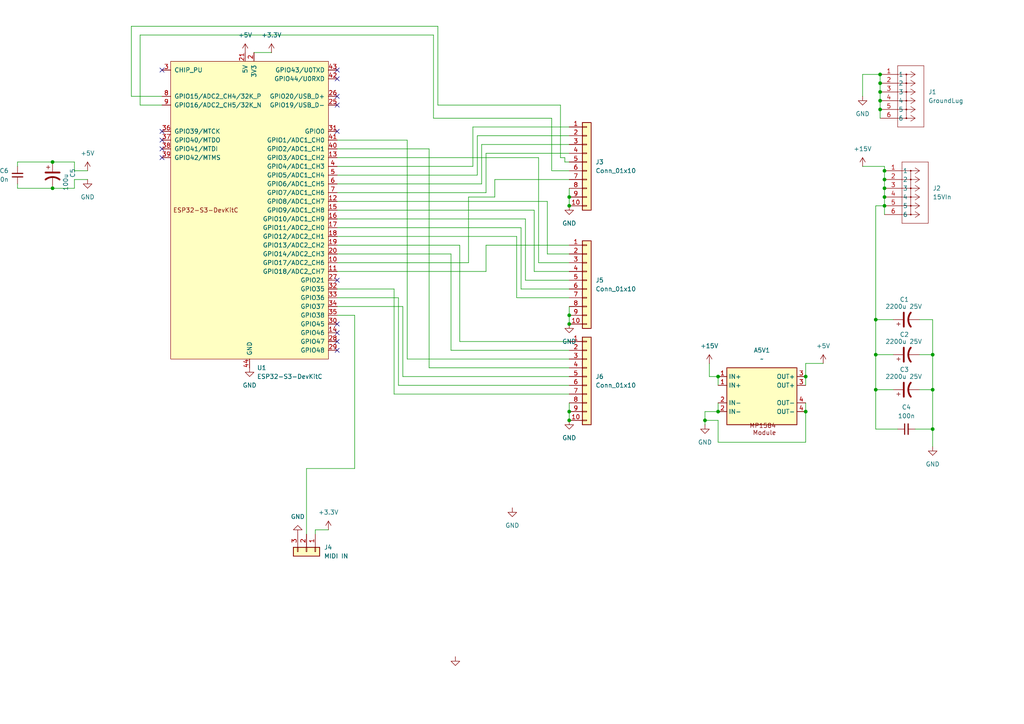
<source format=kicad_sch>
(kicad_sch
	(version 20250114)
	(generator "eeschema")
	(generator_version "9.0")
	(uuid "c071c3dc-fcf2-4a9c-93d2-4680c1b7cb2f")
	(paper "A4")
	(lib_symbols
		(symbol "Connector_Generic:Conn_01x03"
			(pin_names
				(offset 1.016)
				(hide yes)
			)
			(exclude_from_sim no)
			(in_bom yes)
			(on_board yes)
			(property "Reference" "J"
				(at 0 5.08 0)
				(effects
					(font
						(size 1.27 1.27)
					)
				)
			)
			(property "Value" "Conn_01x03"
				(at 0 -5.08 0)
				(effects
					(font
						(size 1.27 1.27)
					)
				)
			)
			(property "Footprint" ""
				(at 0 0 0)
				(effects
					(font
						(size 1.27 1.27)
					)
					(hide yes)
				)
			)
			(property "Datasheet" "~"
				(at 0 0 0)
				(effects
					(font
						(size 1.27 1.27)
					)
					(hide yes)
				)
			)
			(property "Description" "Generic connector, single row, 01x03, script generated (kicad-library-utils/schlib/autogen/connector/)"
				(at 0 0 0)
				(effects
					(font
						(size 1.27 1.27)
					)
					(hide yes)
				)
			)
			(property "ki_keywords" "connector"
				(at 0 0 0)
				(effects
					(font
						(size 1.27 1.27)
					)
					(hide yes)
				)
			)
			(property "ki_fp_filters" "Connector*:*_1x??_*"
				(at 0 0 0)
				(effects
					(font
						(size 1.27 1.27)
					)
					(hide yes)
				)
			)
			(symbol "Conn_01x03_1_1"
				(rectangle
					(start -1.27 3.81)
					(end 1.27 -3.81)
					(stroke
						(width 0.254)
						(type default)
					)
					(fill
						(type background)
					)
				)
				(rectangle
					(start -1.27 2.667)
					(end 0 2.413)
					(stroke
						(width 0.1524)
						(type default)
					)
					(fill
						(type none)
					)
				)
				(rectangle
					(start -1.27 0.127)
					(end 0 -0.127)
					(stroke
						(width 0.1524)
						(type default)
					)
					(fill
						(type none)
					)
				)
				(rectangle
					(start -1.27 -2.413)
					(end 0 -2.667)
					(stroke
						(width 0.1524)
						(type default)
					)
					(fill
						(type none)
					)
				)
				(pin passive line
					(at -5.08 2.54 0)
					(length 3.81)
					(name "Pin_1"
						(effects
							(font
								(size 1.27 1.27)
							)
						)
					)
					(number "1"
						(effects
							(font
								(size 1.27 1.27)
							)
						)
					)
				)
				(pin passive line
					(at -5.08 0 0)
					(length 3.81)
					(name "Pin_2"
						(effects
							(font
								(size 1.27 1.27)
							)
						)
					)
					(number "2"
						(effects
							(font
								(size 1.27 1.27)
							)
						)
					)
				)
				(pin passive line
					(at -5.08 -2.54 0)
					(length 3.81)
					(name "Pin_3"
						(effects
							(font
								(size 1.27 1.27)
							)
						)
					)
					(number "3"
						(effects
							(font
								(size 1.27 1.27)
							)
						)
					)
				)
			)
			(embedded_fonts no)
		)
		(symbol "Connector_Generic:Conn_01x10"
			(pin_names
				(offset 1.016)
				(hide yes)
			)
			(exclude_from_sim no)
			(in_bom yes)
			(on_board yes)
			(property "Reference" "J"
				(at 0 12.7 0)
				(effects
					(font
						(size 1.27 1.27)
					)
				)
			)
			(property "Value" "Conn_01x10"
				(at 0 -15.24 0)
				(effects
					(font
						(size 1.27 1.27)
					)
				)
			)
			(property "Footprint" ""
				(at 0 0 0)
				(effects
					(font
						(size 1.27 1.27)
					)
					(hide yes)
				)
			)
			(property "Datasheet" "~"
				(at 0 0 0)
				(effects
					(font
						(size 1.27 1.27)
					)
					(hide yes)
				)
			)
			(property "Description" "Generic connector, single row, 01x10, script generated (kicad-library-utils/schlib/autogen/connector/)"
				(at 0 0 0)
				(effects
					(font
						(size 1.27 1.27)
					)
					(hide yes)
				)
			)
			(property "ki_keywords" "connector"
				(at 0 0 0)
				(effects
					(font
						(size 1.27 1.27)
					)
					(hide yes)
				)
			)
			(property "ki_fp_filters" "Connector*:*_1x??_*"
				(at 0 0 0)
				(effects
					(font
						(size 1.27 1.27)
					)
					(hide yes)
				)
			)
			(symbol "Conn_01x10_1_1"
				(rectangle
					(start -1.27 11.43)
					(end 1.27 -13.97)
					(stroke
						(width 0.254)
						(type default)
					)
					(fill
						(type background)
					)
				)
				(rectangle
					(start -1.27 10.287)
					(end 0 10.033)
					(stroke
						(width 0.1524)
						(type default)
					)
					(fill
						(type none)
					)
				)
				(rectangle
					(start -1.27 7.747)
					(end 0 7.493)
					(stroke
						(width 0.1524)
						(type default)
					)
					(fill
						(type none)
					)
				)
				(rectangle
					(start -1.27 5.207)
					(end 0 4.953)
					(stroke
						(width 0.1524)
						(type default)
					)
					(fill
						(type none)
					)
				)
				(rectangle
					(start -1.27 2.667)
					(end 0 2.413)
					(stroke
						(width 0.1524)
						(type default)
					)
					(fill
						(type none)
					)
				)
				(rectangle
					(start -1.27 0.127)
					(end 0 -0.127)
					(stroke
						(width 0.1524)
						(type default)
					)
					(fill
						(type none)
					)
				)
				(rectangle
					(start -1.27 -2.413)
					(end 0 -2.667)
					(stroke
						(width 0.1524)
						(type default)
					)
					(fill
						(type none)
					)
				)
				(rectangle
					(start -1.27 -4.953)
					(end 0 -5.207)
					(stroke
						(width 0.1524)
						(type default)
					)
					(fill
						(type none)
					)
				)
				(rectangle
					(start -1.27 -7.493)
					(end 0 -7.747)
					(stroke
						(width 0.1524)
						(type default)
					)
					(fill
						(type none)
					)
				)
				(rectangle
					(start -1.27 -10.033)
					(end 0 -10.287)
					(stroke
						(width 0.1524)
						(type default)
					)
					(fill
						(type none)
					)
				)
				(rectangle
					(start -1.27 -12.573)
					(end 0 -12.827)
					(stroke
						(width 0.1524)
						(type default)
					)
					(fill
						(type none)
					)
				)
				(pin passive line
					(at -5.08 10.16 0)
					(length 3.81)
					(name "Pin_1"
						(effects
							(font
								(size 1.27 1.27)
							)
						)
					)
					(number "1"
						(effects
							(font
								(size 1.27 1.27)
							)
						)
					)
				)
				(pin passive line
					(at -5.08 7.62 0)
					(length 3.81)
					(name "Pin_2"
						(effects
							(font
								(size 1.27 1.27)
							)
						)
					)
					(number "2"
						(effects
							(font
								(size 1.27 1.27)
							)
						)
					)
				)
				(pin passive line
					(at -5.08 5.08 0)
					(length 3.81)
					(name "Pin_3"
						(effects
							(font
								(size 1.27 1.27)
							)
						)
					)
					(number "3"
						(effects
							(font
								(size 1.27 1.27)
							)
						)
					)
				)
				(pin passive line
					(at -5.08 2.54 0)
					(length 3.81)
					(name "Pin_4"
						(effects
							(font
								(size 1.27 1.27)
							)
						)
					)
					(number "4"
						(effects
							(font
								(size 1.27 1.27)
							)
						)
					)
				)
				(pin passive line
					(at -5.08 0 0)
					(length 3.81)
					(name "Pin_5"
						(effects
							(font
								(size 1.27 1.27)
							)
						)
					)
					(number "5"
						(effects
							(font
								(size 1.27 1.27)
							)
						)
					)
				)
				(pin passive line
					(at -5.08 -2.54 0)
					(length 3.81)
					(name "Pin_6"
						(effects
							(font
								(size 1.27 1.27)
							)
						)
					)
					(number "6"
						(effects
							(font
								(size 1.27 1.27)
							)
						)
					)
				)
				(pin passive line
					(at -5.08 -5.08 0)
					(length 3.81)
					(name "Pin_7"
						(effects
							(font
								(size 1.27 1.27)
							)
						)
					)
					(number "7"
						(effects
							(font
								(size 1.27 1.27)
							)
						)
					)
				)
				(pin passive line
					(at -5.08 -7.62 0)
					(length 3.81)
					(name "Pin_8"
						(effects
							(font
								(size 1.27 1.27)
							)
						)
					)
					(number "8"
						(effects
							(font
								(size 1.27 1.27)
							)
						)
					)
				)
				(pin passive line
					(at -5.08 -10.16 0)
					(length 3.81)
					(name "Pin_9"
						(effects
							(font
								(size 1.27 1.27)
							)
						)
					)
					(number "9"
						(effects
							(font
								(size 1.27 1.27)
							)
						)
					)
				)
				(pin passive line
					(at -5.08 -12.7 0)
					(length 3.81)
					(name "Pin_10"
						(effects
							(font
								(size 1.27 1.27)
							)
						)
					)
					(number "10"
						(effects
							(font
								(size 1.27 1.27)
							)
						)
					)
				)
			)
			(embedded_fonts no)
		)
		(symbol "Custom_Library:MP1584"
			(exclude_from_sim no)
			(in_bom yes)
			(on_board yes)
			(property "Reference" "A5V1"
				(at -10.16 2.54 0)
				(effects
					(font
						(size 1.27 1.27)
					)
				)
			)
			(property "Value" "~"
				(at -10.16 0 0)
				(effects
					(font
						(size 1.27 1.27)
					)
				)
			)
			(property "Footprint" "CustomLibrary:MP1584_Module"
				(at -8.636 -20.828 0)
				(effects
					(font
						(size 1.27 1.27)
					)
					(hide yes)
				)
			)
			(property "Datasheet" ""
				(at 0 0 0)
				(effects
					(font
						(size 1.27 1.27)
					)
					(hide yes)
				)
			)
			(property "Description" ""
				(at 0 0 0)
				(effects
					(font
						(size 1.27 1.27)
					)
					(hide yes)
				)
			)
			(symbol "MP1584_0_1"
				(rectangle
					(start -20.32 -1.27)
					(end 0 -17.78)
					(stroke
						(width 0.254)
						(type default)
					)
					(fill
						(type background)
					)
				)
			)
			(symbol "MP1584_1_1"
				(text "MP1584\n Module"
					(at -9.906 -19.05 0)
					(effects
						(font
							(size 1.27 1.27)
						)
					)
				)
				(pin power_in line
					(at -22.86 -3.81 0)
					(length 2.54)
					(name "IN+"
						(effects
							(font
								(size 1.27 1.27)
							)
						)
					)
					(number "1"
						(effects
							(font
								(size 1.27 1.27)
							)
						)
					)
				)
				(pin power_in line
					(at -22.86 -6.35 0)
					(length 2.54)
					(name "IN+"
						(effects
							(font
								(size 1.27 1.27)
							)
						)
					)
					(number "1"
						(effects
							(font
								(size 1.27 1.27)
							)
						)
					)
				)
				(pin power_in line
					(at -22.86 -11.43 0)
					(length 2.54)
					(name "IN-"
						(effects
							(font
								(size 1.27 1.27)
							)
						)
					)
					(number "2"
						(effects
							(font
								(size 1.27 1.27)
							)
						)
					)
				)
				(pin power_in line
					(at -22.86 -13.97 0)
					(length 2.54)
					(name "IN-"
						(effects
							(font
								(size 1.27 1.27)
							)
						)
					)
					(number "2"
						(effects
							(font
								(size 1.27 1.27)
							)
						)
					)
				)
				(pin power_out line
					(at 2.54 -3.81 180)
					(length 2.54)
					(name "OUT+"
						(effects
							(font
								(size 1.27 1.27)
							)
						)
					)
					(number "3"
						(effects
							(font
								(size 1.27 1.27)
							)
						)
					)
				)
				(pin power_out line
					(at 2.54 -6.35 180)
					(length 2.54)
					(name "OUT+"
						(effects
							(font
								(size 1.27 1.27)
							)
						)
					)
					(number "3"
						(effects
							(font
								(size 1.27 1.27)
							)
						)
					)
				)
				(pin power_out line
					(at 2.54 -11.43 180)
					(length 2.54)
					(name "OUT-"
						(effects
							(font
								(size 1.27 1.27)
							)
						)
					)
					(number "4"
						(effects
							(font
								(size 1.27 1.27)
							)
						)
					)
				)
				(pin power_out line
					(at 2.54 -13.97 180)
					(length 2.54)
					(name "OUT-"
						(effects
							(font
								(size 1.27 1.27)
							)
						)
					)
					(number "4"
						(effects
							(font
								(size 1.27 1.27)
							)
						)
					)
				)
			)
			(embedded_fonts no)
		)
		(symbol "Device:C_Polarized_US"
			(pin_numbers
				(hide yes)
			)
			(pin_names
				(offset 0.254)
				(hide yes)
			)
			(exclude_from_sim no)
			(in_bom yes)
			(on_board yes)
			(property "Reference" "C"
				(at 0.635 2.54 0)
				(effects
					(font
						(size 1.27 1.27)
					)
					(justify left)
				)
			)
			(property "Value" "C_Polarized_US"
				(at 0.635 -2.54 0)
				(effects
					(font
						(size 1.27 1.27)
					)
					(justify left)
				)
			)
			(property "Footprint" ""
				(at 0 0 0)
				(effects
					(font
						(size 1.27 1.27)
					)
					(hide yes)
				)
			)
			(property "Datasheet" "~"
				(at 0 0 0)
				(effects
					(font
						(size 1.27 1.27)
					)
					(hide yes)
				)
			)
			(property "Description" "Polarized capacitor, US symbol"
				(at 0 0 0)
				(effects
					(font
						(size 1.27 1.27)
					)
					(hide yes)
				)
			)
			(property "ki_keywords" "cap capacitor"
				(at 0 0 0)
				(effects
					(font
						(size 1.27 1.27)
					)
					(hide yes)
				)
			)
			(property "ki_fp_filters" "CP_*"
				(at 0 0 0)
				(effects
					(font
						(size 1.27 1.27)
					)
					(hide yes)
				)
			)
			(symbol "C_Polarized_US_0_1"
				(polyline
					(pts
						(xy -2.032 0.762) (xy 2.032 0.762)
					)
					(stroke
						(width 0.508)
						(type default)
					)
					(fill
						(type none)
					)
				)
				(polyline
					(pts
						(xy -1.778 2.286) (xy -0.762 2.286)
					)
					(stroke
						(width 0)
						(type default)
					)
					(fill
						(type none)
					)
				)
				(polyline
					(pts
						(xy -1.27 1.778) (xy -1.27 2.794)
					)
					(stroke
						(width 0)
						(type default)
					)
					(fill
						(type none)
					)
				)
				(arc
					(start -2.032 -1.27)
					(mid 0 -0.5572)
					(end 2.032 -1.27)
					(stroke
						(width 0.508)
						(type default)
					)
					(fill
						(type none)
					)
				)
			)
			(symbol "C_Polarized_US_1_1"
				(pin passive line
					(at 0 3.81 270)
					(length 2.794)
					(name "~"
						(effects
							(font
								(size 1.27 1.27)
							)
						)
					)
					(number "1"
						(effects
							(font
								(size 1.27 1.27)
							)
						)
					)
				)
				(pin passive line
					(at 0 -3.81 90)
					(length 3.302)
					(name "~"
						(effects
							(font
								(size 1.27 1.27)
							)
						)
					)
					(number "2"
						(effects
							(font
								(size 1.27 1.27)
							)
						)
					)
				)
			)
			(embedded_fonts no)
		)
		(symbol "Device:C_Small"
			(pin_numbers
				(hide yes)
			)
			(pin_names
				(offset 0.254)
				(hide yes)
			)
			(exclude_from_sim no)
			(in_bom yes)
			(on_board yes)
			(property "Reference" "C"
				(at 0.254 1.778 0)
				(effects
					(font
						(size 1.27 1.27)
					)
					(justify left)
				)
			)
			(property "Value" "C_Small"
				(at 0.254 -2.032 0)
				(effects
					(font
						(size 1.27 1.27)
					)
					(justify left)
				)
			)
			(property "Footprint" ""
				(at 0 0 0)
				(effects
					(font
						(size 1.27 1.27)
					)
					(hide yes)
				)
			)
			(property "Datasheet" "~"
				(at 0 0 0)
				(effects
					(font
						(size 1.27 1.27)
					)
					(hide yes)
				)
			)
			(property "Description" "Unpolarized capacitor, small symbol"
				(at 0 0 0)
				(effects
					(font
						(size 1.27 1.27)
					)
					(hide yes)
				)
			)
			(property "ki_keywords" "capacitor cap"
				(at 0 0 0)
				(effects
					(font
						(size 1.27 1.27)
					)
					(hide yes)
				)
			)
			(property "ki_fp_filters" "C_*"
				(at 0 0 0)
				(effects
					(font
						(size 1.27 1.27)
					)
					(hide yes)
				)
			)
			(symbol "C_Small_0_1"
				(polyline
					(pts
						(xy -1.524 0.508) (xy 1.524 0.508)
					)
					(stroke
						(width 0.3048)
						(type default)
					)
					(fill
						(type none)
					)
				)
				(polyline
					(pts
						(xy -1.524 -0.508) (xy 1.524 -0.508)
					)
					(stroke
						(width 0.3302)
						(type default)
					)
					(fill
						(type none)
					)
				)
			)
			(symbol "C_Small_1_1"
				(pin passive line
					(at 0 2.54 270)
					(length 2.032)
					(name "~"
						(effects
							(font
								(size 1.27 1.27)
							)
						)
					)
					(number "1"
						(effects
							(font
								(size 1.27 1.27)
							)
						)
					)
				)
				(pin passive line
					(at 0 -2.54 90)
					(length 2.032)
					(name "~"
						(effects
							(font
								(size 1.27 1.27)
							)
						)
					)
					(number "2"
						(effects
							(font
								(size 1.27 1.27)
							)
						)
					)
				)
			)
			(embedded_fonts no)
		)
		(symbol "PCM_Espressif:ESP32-S3-DevKitC"
			(pin_names
				(offset 1.016)
			)
			(exclude_from_sim no)
			(in_bom yes)
			(on_board yes)
			(property "Reference" "U"
				(at -22.86 48.26 0)
				(effects
					(font
						(size 1.27 1.27)
					)
					(justify left)
				)
			)
			(property "Value" "ESP32-S3-DevKitC"
				(at -22.86 45.72 0)
				(effects
					(font
						(size 1.27 1.27)
					)
					(justify left)
				)
			)
			(property "Footprint" "PCM_Espressif:ESP32-S3-DevKitC"
				(at 0 -57.15 0)
				(effects
					(font
						(size 1.27 1.27)
					)
					(hide yes)
				)
			)
			(property "Datasheet" ""
				(at -59.69 -2.54 0)
				(effects
					(font
						(size 1.27 1.27)
					)
					(hide yes)
				)
			)
			(property "Description" "ESP32-S3-DevKitC"
				(at 0 0 0)
				(effects
					(font
						(size 1.27 1.27)
					)
					(hide yes)
				)
			)
			(symbol "ESP32-S3-DevKitC_0_0"
				(text "ESP32-S3-DevKitC"
					(at -12.7 0 0)
					(effects
						(font
							(size 1.27 1.27)
						)
					)
				)
				(pin bidirectional line
					(at -25.4 15.24 0)
					(length 2.54)
					(name "GPIO42/MTMS"
						(effects
							(font
								(size 1.27 1.27)
							)
						)
					)
					(number "39"
						(effects
							(font
								(size 1.27 1.27)
							)
						)
					)
				)
				(pin power_in line
					(at 0 -45.72 90)
					(length 2.54)
					(name "GND"
						(effects
							(font
								(size 1.27 1.27)
							)
						)
					)
					(number "44"
						(effects
							(font
								(size 1.27 1.27)
							)
						)
					)
				)
				(pin bidirectional line
					(at 25.4 40.64 180)
					(length 2.54)
					(name "GPIO43/U0TXD"
						(effects
							(font
								(size 1.27 1.27)
							)
						)
					)
					(number "43"
						(effects
							(font
								(size 1.27 1.27)
							)
						)
					)
				)
				(pin bidirectional line
					(at 25.4 38.1 180)
					(length 2.54)
					(name "GPIO44/U0RXD"
						(effects
							(font
								(size 1.27 1.27)
							)
						)
					)
					(number "42"
						(effects
							(font
								(size 1.27 1.27)
							)
						)
					)
				)
				(pin bidirectional line
					(at 25.4 20.32 180)
					(length 2.54)
					(name "GPIO1/ADC1_CH0"
						(effects
							(font
								(size 1.27 1.27)
							)
						)
					)
					(number "41"
						(effects
							(font
								(size 1.27 1.27)
							)
						)
					)
				)
				(pin bidirectional line
					(at 25.4 17.78 180)
					(length 2.54)
					(name "GPIO2/ADC1_CH1"
						(effects
							(font
								(size 1.27 1.27)
							)
						)
					)
					(number "40"
						(effects
							(font
								(size 1.27 1.27)
							)
						)
					)
				)
				(pin bidirectional line
					(at 25.4 -10.16 180)
					(length 2.54)
					(name "GPIO13/ADC2_CH2"
						(effects
							(font
								(size 1.27 1.27)
							)
						)
					)
					(number "19"
						(effects
							(font
								(size 1.27 1.27)
							)
						)
					)
				)
				(pin bidirectional line
					(at 25.4 -35.56 180)
					(length 2.54)
					(name "GPIO46"
						(effects
							(font
								(size 1.27 1.27)
							)
						)
					)
					(number "14"
						(effects
							(font
								(size 1.27 1.27)
							)
						)
					)
				)
			)
			(symbol "ESP32-S3-DevKitC_0_1"
				(rectangle
					(start -22.86 43.18)
					(end 22.86 -43.18)
					(stroke
						(width 0)
						(type default)
					)
					(fill
						(type background)
					)
				)
				(pin power_in line
					(at 1.27 45.72 270)
					(length 2.54)
					(name "3V3"
						(effects
							(font
								(size 1.27 1.27)
							)
						)
					)
					(number "2"
						(effects
							(font
								(size 1.27 1.27)
							)
						)
					)
				)
			)
			(symbol "ESP32-S3-DevKitC_1_1"
				(pin input line
					(at -25.4 40.64 0)
					(length 2.54)
					(name "CHIP_PU"
						(effects
							(font
								(size 1.27 1.27)
							)
						)
					)
					(number "3"
						(effects
							(font
								(size 1.27 1.27)
							)
						)
					)
				)
				(pin bidirectional line
					(at -25.4 33.02 0)
					(length 2.54)
					(name "GPIO15/ADC2_CH4/32K_P"
						(effects
							(font
								(size 1.27 1.27)
							)
						)
					)
					(number "8"
						(effects
							(font
								(size 1.27 1.27)
							)
						)
					)
				)
				(pin bidirectional line
					(at -25.4 30.48 0)
					(length 2.54)
					(name "GPIO16/ADC2_CH5/32K_N"
						(effects
							(font
								(size 1.27 1.27)
							)
						)
					)
					(number "9"
						(effects
							(font
								(size 1.27 1.27)
							)
						)
					)
				)
				(pin bidirectional line
					(at -25.4 22.86 0)
					(length 2.54)
					(name "GPIO39/MTCK"
						(effects
							(font
								(size 1.27 1.27)
							)
						)
					)
					(number "36"
						(effects
							(font
								(size 1.27 1.27)
							)
						)
					)
				)
				(pin bidirectional line
					(at -25.4 20.32 0)
					(length 2.54)
					(name "GPIO40/MTDO"
						(effects
							(font
								(size 1.27 1.27)
							)
						)
					)
					(number "37"
						(effects
							(font
								(size 1.27 1.27)
							)
						)
					)
				)
				(pin bidirectional line
					(at -25.4 17.78 0)
					(length 2.54)
					(name "GPIO41/MTDI"
						(effects
							(font
								(size 1.27 1.27)
							)
						)
					)
					(number "38"
						(effects
							(font
								(size 1.27 1.27)
							)
						)
					)
				)
				(pin power_in line
					(at -1.27 45.72 270)
					(length 2.54)
					(name "5V"
						(effects
							(font
								(size 1.27 1.27)
							)
						)
					)
					(number "21"
						(effects
							(font
								(size 1.27 1.27)
							)
						)
					)
				)
				(pin passive line
					(at 0 -45.72 90)
					(length 2.54)
					(hide yes)
					(name "GND"
						(effects
							(font
								(size 1.27 1.27)
							)
						)
					)
					(number "22"
						(effects
							(font
								(size 1.27 1.27)
							)
						)
					)
				)
				(pin passive line
					(at 0 -45.72 90)
					(length 2.54)
					(hide yes)
					(name "GND"
						(effects
							(font
								(size 1.27 1.27)
							)
						)
					)
					(number "23"
						(effects
							(font
								(size 1.27 1.27)
							)
						)
					)
				)
				(pin passive line
					(at 0 -45.72 90)
					(length 2.54)
					(hide yes)
					(name "GND"
						(effects
							(font
								(size 1.27 1.27)
							)
						)
					)
					(number "24"
						(effects
							(font
								(size 1.27 1.27)
							)
						)
					)
				)
				(pin passive line
					(at 1.27 45.72 270)
					(length 2.54)
					(hide yes)
					(name "3V3"
						(effects
							(font
								(size 1.27 1.27)
							)
						)
					)
					(number "1"
						(effects
							(font
								(size 1.27 1.27)
							)
						)
					)
				)
				(pin bidirectional line
					(at 25.4 33.02 180)
					(length 2.54)
					(name "GPIO20/USB_D+"
						(effects
							(font
								(size 1.27 1.27)
							)
						)
					)
					(number "26"
						(effects
							(font
								(size 1.27 1.27)
							)
						)
					)
				)
				(pin bidirectional line
					(at 25.4 30.48 180)
					(length 2.54)
					(name "GPIO19/USB_D-"
						(effects
							(font
								(size 1.27 1.27)
							)
						)
					)
					(number "25"
						(effects
							(font
								(size 1.27 1.27)
							)
						)
					)
				)
				(pin bidirectional line
					(at 25.4 22.86 180)
					(length 2.54)
					(name "GPIO0"
						(effects
							(font
								(size 1.27 1.27)
							)
						)
					)
					(number "31"
						(effects
							(font
								(size 1.27 1.27)
							)
						)
					)
				)
				(pin bidirectional line
					(at 25.4 15.24 180)
					(length 2.54)
					(name "GPIO3/ADC1_CH2"
						(effects
							(font
								(size 1.27 1.27)
							)
						)
					)
					(number "13"
						(effects
							(font
								(size 1.27 1.27)
							)
						)
					)
				)
				(pin bidirectional line
					(at 25.4 12.7 180)
					(length 2.54)
					(name "GPIO4/ADC1_CH3"
						(effects
							(font
								(size 1.27 1.27)
							)
						)
					)
					(number "4"
						(effects
							(font
								(size 1.27 1.27)
							)
						)
					)
				)
				(pin bidirectional line
					(at 25.4 10.16 180)
					(length 2.54)
					(name "GPIO5/ADC1_CH4"
						(effects
							(font
								(size 1.27 1.27)
							)
						)
					)
					(number "5"
						(effects
							(font
								(size 1.27 1.27)
							)
						)
					)
				)
				(pin bidirectional line
					(at 25.4 7.62 180)
					(length 2.54)
					(name "GPIO6/ADC1_CH5"
						(effects
							(font
								(size 1.27 1.27)
							)
						)
					)
					(number "6"
						(effects
							(font
								(size 1.27 1.27)
							)
						)
					)
				)
				(pin bidirectional line
					(at 25.4 5.08 180)
					(length 2.54)
					(name "GPIO7/ADC1_CH6"
						(effects
							(font
								(size 1.27 1.27)
							)
						)
					)
					(number "7"
						(effects
							(font
								(size 1.27 1.27)
							)
						)
					)
				)
				(pin bidirectional line
					(at 25.4 2.54 180)
					(length 2.54)
					(name "GPIO8/ADC1_CH7"
						(effects
							(font
								(size 1.27 1.27)
							)
						)
					)
					(number "12"
						(effects
							(font
								(size 1.27 1.27)
							)
						)
					)
				)
				(pin bidirectional line
					(at 25.4 0 180)
					(length 2.54)
					(name "GPIO9/ADC1_CH8"
						(effects
							(font
								(size 1.27 1.27)
							)
						)
					)
					(number "15"
						(effects
							(font
								(size 1.27 1.27)
							)
						)
					)
				)
				(pin bidirectional line
					(at 25.4 -2.54 180)
					(length 2.54)
					(name "GPIO10/ADC1_CH9"
						(effects
							(font
								(size 1.27 1.27)
							)
						)
					)
					(number "16"
						(effects
							(font
								(size 1.27 1.27)
							)
						)
					)
				)
				(pin bidirectional line
					(at 25.4 -5.08 180)
					(length 2.54)
					(name "GPIO11/ADC2_CH0"
						(effects
							(font
								(size 1.27 1.27)
							)
						)
					)
					(number "17"
						(effects
							(font
								(size 1.27 1.27)
							)
						)
					)
				)
				(pin bidirectional line
					(at 25.4 -7.62 180)
					(length 2.54)
					(name "GPIO12/ADC2_CH1"
						(effects
							(font
								(size 1.27 1.27)
							)
						)
					)
					(number "18"
						(effects
							(font
								(size 1.27 1.27)
							)
						)
					)
				)
				(pin bidirectional line
					(at 25.4 -12.7 180)
					(length 2.54)
					(name "GPIO14/ADC2_CH3"
						(effects
							(font
								(size 1.27 1.27)
							)
						)
					)
					(number "20"
						(effects
							(font
								(size 1.27 1.27)
							)
						)
					)
				)
				(pin bidirectional line
					(at 25.4 -15.24 180)
					(length 2.54)
					(name "GPIO17/ADC2_CH6"
						(effects
							(font
								(size 1.27 1.27)
							)
						)
					)
					(number "10"
						(effects
							(font
								(size 1.27 1.27)
							)
						)
					)
				)
				(pin bidirectional line
					(at 25.4 -17.78 180)
					(length 2.54)
					(name "GPIO18/ADC2_CH7"
						(effects
							(font
								(size 1.27 1.27)
							)
						)
					)
					(number "11"
						(effects
							(font
								(size 1.27 1.27)
							)
						)
					)
				)
				(pin bidirectional line
					(at 25.4 -20.32 180)
					(length 2.54)
					(name "GPIO21"
						(effects
							(font
								(size 1.27 1.27)
							)
						)
					)
					(number "27"
						(effects
							(font
								(size 1.27 1.27)
							)
						)
					)
				)
				(pin bidirectional line
					(at 25.4 -22.86 180)
					(length 2.54)
					(name "GPIO35"
						(effects
							(font
								(size 1.27 1.27)
							)
						)
					)
					(number "32"
						(effects
							(font
								(size 1.27 1.27)
							)
						)
					)
				)
				(pin bidirectional line
					(at 25.4 -25.4 180)
					(length 2.54)
					(name "GPIO36"
						(effects
							(font
								(size 1.27 1.27)
							)
						)
					)
					(number "33"
						(effects
							(font
								(size 1.27 1.27)
							)
						)
					)
				)
				(pin bidirectional line
					(at 25.4 -27.94 180)
					(length 2.54)
					(name "GPIO37"
						(effects
							(font
								(size 1.27 1.27)
							)
						)
					)
					(number "34"
						(effects
							(font
								(size 1.27 1.27)
							)
						)
					)
				)
				(pin bidirectional line
					(at 25.4 -30.48 180)
					(length 2.54)
					(name "GPIO38"
						(effects
							(font
								(size 1.27 1.27)
							)
						)
					)
					(number "35"
						(effects
							(font
								(size 1.27 1.27)
							)
						)
					)
				)
				(pin bidirectional line
					(at 25.4 -33.02 180)
					(length 2.54)
					(name "GPIO45"
						(effects
							(font
								(size 1.27 1.27)
							)
						)
					)
					(number "30"
						(effects
							(font
								(size 1.27 1.27)
							)
						)
					)
				)
				(pin bidirectional line
					(at 25.4 -38.1 180)
					(length 2.54)
					(name "GPIO47"
						(effects
							(font
								(size 1.27 1.27)
							)
						)
					)
					(number "28"
						(effects
							(font
								(size 1.27 1.27)
							)
						)
					)
				)
				(pin bidirectional line
					(at 25.4 -40.64 180)
					(length 2.54)
					(name "GPIO48"
						(effects
							(font
								(size 1.27 1.27)
							)
						)
					)
					(number "29"
						(effects
							(font
								(size 1.27 1.27)
							)
						)
					)
				)
			)
			(embedded_fonts no)
		)
		(symbol "UL 8199:8199"
			(pin_names
				(offset 0.254)
			)
			(exclude_from_sim no)
			(in_bom yes)
			(on_board yes)
			(property "Reference" "J"
				(at 8.89 6.35 0)
				(effects
					(font
						(size 1.524 1.524)
					)
				)
			)
			(property "Value" "8199"
				(at 0 0 0)
				(effects
					(font
						(size 1.524 1.524)
					)
				)
			)
			(property "Footprint" "CONN_8199_KEY"
				(at 0 0 0)
				(effects
					(font
						(size 1.27 1.27)
						(italic yes)
					)
					(hide yes)
				)
			)
			(property "Datasheet" "8199"
				(at 0 0 0)
				(effects
					(font
						(size 1.27 1.27)
						(italic yes)
					)
					(hide yes)
				)
			)
			(property "Description" ""
				(at 0 0 0)
				(effects
					(font
						(size 1.27 1.27)
					)
					(hide yes)
				)
			)
			(property "ki_locked" ""
				(at 0 0 0)
				(effects
					(font
						(size 1.27 1.27)
					)
				)
			)
			(property "ki_keywords" "8199"
				(at 0 0 0)
				(effects
					(font
						(size 1.27 1.27)
					)
					(hide yes)
				)
			)
			(property "ki_fp_filters" "CONN_8199_KEY"
				(at 0 0 0)
				(effects
					(font
						(size 1.27 1.27)
					)
					(hide yes)
				)
			)
			(symbol "8199_1_1"
				(polyline
					(pts
						(xy 5.08 2.54) (xy 5.08 -15.24)
					)
					(stroke
						(width 0.127)
						(type default)
					)
					(fill
						(type none)
					)
				)
				(polyline
					(pts
						(xy 5.08 -15.24) (xy 12.7 -15.24)
					)
					(stroke
						(width 0.127)
						(type default)
					)
					(fill
						(type none)
					)
				)
				(polyline
					(pts
						(xy 7.62 0) (xy 7.62 -12.7)
					)
					(stroke
						(width 0.127)
						(type default)
					)
					(fill
						(type none)
					)
				)
				(circle
					(center 7.62 0)
					(radius 0.127)
					(stroke
						(width 0.254)
						(type default)
					)
					(fill
						(type none)
					)
				)
				(circle
					(center 7.62 -2.54)
					(radius 0.127)
					(stroke
						(width 0.254)
						(type default)
					)
					(fill
						(type none)
					)
				)
				(circle
					(center 7.62 -5.08)
					(radius 0.127)
					(stroke
						(width 0.254)
						(type default)
					)
					(fill
						(type none)
					)
				)
				(circle
					(center 7.62 -7.62)
					(radius 0.127)
					(stroke
						(width 0.254)
						(type default)
					)
					(fill
						(type none)
					)
				)
				(circle
					(center 7.62 -10.16)
					(radius 0.127)
					(stroke
						(width 0.254)
						(type default)
					)
					(fill
						(type none)
					)
				)
				(circle
					(center 7.62 -12.7)
					(radius 0.127)
					(stroke
						(width 0.254)
						(type default)
					)
					(fill
						(type none)
					)
				)
				(polyline
					(pts
						(xy 10.16 0) (xy 5.08 0)
					)
					(stroke
						(width 0.127)
						(type default)
					)
					(fill
						(type none)
					)
				)
				(polyline
					(pts
						(xy 10.16 0) (xy 8.89 0.8467)
					)
					(stroke
						(width 0.127)
						(type default)
					)
					(fill
						(type none)
					)
				)
				(polyline
					(pts
						(xy 10.16 0) (xy 8.89 -0.8467)
					)
					(stroke
						(width 0.127)
						(type default)
					)
					(fill
						(type none)
					)
				)
				(polyline
					(pts
						(xy 10.16 -2.54) (xy 5.08 -2.54)
					)
					(stroke
						(width 0.127)
						(type default)
					)
					(fill
						(type none)
					)
				)
				(polyline
					(pts
						(xy 10.16 -2.54) (xy 8.89 -1.6933)
					)
					(stroke
						(width 0.127)
						(type default)
					)
					(fill
						(type none)
					)
				)
				(polyline
					(pts
						(xy 10.16 -2.54) (xy 8.89 -3.3867)
					)
					(stroke
						(width 0.127)
						(type default)
					)
					(fill
						(type none)
					)
				)
				(polyline
					(pts
						(xy 10.16 -5.08) (xy 5.08 -5.08)
					)
					(stroke
						(width 0.127)
						(type default)
					)
					(fill
						(type none)
					)
				)
				(polyline
					(pts
						(xy 10.16 -5.08) (xy 8.89 -4.2333)
					)
					(stroke
						(width 0.127)
						(type default)
					)
					(fill
						(type none)
					)
				)
				(polyline
					(pts
						(xy 10.16 -5.08) (xy 8.89 -5.9267)
					)
					(stroke
						(width 0.127)
						(type default)
					)
					(fill
						(type none)
					)
				)
				(polyline
					(pts
						(xy 10.16 -7.62) (xy 5.08 -7.62)
					)
					(stroke
						(width 0.127)
						(type default)
					)
					(fill
						(type none)
					)
				)
				(polyline
					(pts
						(xy 10.16 -7.62) (xy 8.89 -6.7733)
					)
					(stroke
						(width 0.127)
						(type default)
					)
					(fill
						(type none)
					)
				)
				(polyline
					(pts
						(xy 10.16 -7.62) (xy 8.89 -8.4667)
					)
					(stroke
						(width 0.127)
						(type default)
					)
					(fill
						(type none)
					)
				)
				(polyline
					(pts
						(xy 10.16 -10.16) (xy 5.08 -10.16)
					)
					(stroke
						(width 0.127)
						(type default)
					)
					(fill
						(type none)
					)
				)
				(polyline
					(pts
						(xy 10.16 -10.16) (xy 8.89 -9.3133)
					)
					(stroke
						(width 0.127)
						(type default)
					)
					(fill
						(type none)
					)
				)
				(polyline
					(pts
						(xy 10.16 -10.16) (xy 8.89 -11.0067)
					)
					(stroke
						(width 0.127)
						(type default)
					)
					(fill
						(type none)
					)
				)
				(polyline
					(pts
						(xy 10.16 -12.7) (xy 5.08 -12.7)
					)
					(stroke
						(width 0.127)
						(type default)
					)
					(fill
						(type none)
					)
				)
				(polyline
					(pts
						(xy 10.16 -12.7) (xy 8.89 -11.8533)
					)
					(stroke
						(width 0.127)
						(type default)
					)
					(fill
						(type none)
					)
				)
				(polyline
					(pts
						(xy 10.16 -12.7) (xy 8.89 -13.5467)
					)
					(stroke
						(width 0.127)
						(type default)
					)
					(fill
						(type none)
					)
				)
				(polyline
					(pts
						(xy 12.7 2.54) (xy 5.08 2.54)
					)
					(stroke
						(width 0.127)
						(type default)
					)
					(fill
						(type none)
					)
				)
				(polyline
					(pts
						(xy 12.7 -15.24) (xy 12.7 2.54)
					)
					(stroke
						(width 0.127)
						(type default)
					)
					(fill
						(type none)
					)
				)
				(pin unspecified line
					(at 0 0 0)
					(length 5.08)
					(name "1"
						(effects
							(font
								(size 1.27 1.27)
							)
						)
					)
					(number "1"
						(effects
							(font
								(size 1.27 1.27)
							)
						)
					)
				)
				(pin unspecified line
					(at 0 -2.54 0)
					(length 5.08)
					(name "2"
						(effects
							(font
								(size 1.27 1.27)
							)
						)
					)
					(number "2"
						(effects
							(font
								(size 1.27 1.27)
							)
						)
					)
				)
				(pin unspecified line
					(at 0 -5.08 0)
					(length 5.08)
					(name "3"
						(effects
							(font
								(size 1.27 1.27)
							)
						)
					)
					(number "3"
						(effects
							(font
								(size 1.27 1.27)
							)
						)
					)
				)
				(pin unspecified line
					(at 0 -7.62 0)
					(length 5.08)
					(name "4"
						(effects
							(font
								(size 1.27 1.27)
							)
						)
					)
					(number "4"
						(effects
							(font
								(size 1.27 1.27)
							)
						)
					)
				)
				(pin unspecified line
					(at 0 -10.16 0)
					(length 5.08)
					(name "5"
						(effects
							(font
								(size 1.27 1.27)
							)
						)
					)
					(number "5"
						(effects
							(font
								(size 1.27 1.27)
							)
						)
					)
				)
				(pin unspecified line
					(at 0 -12.7 0)
					(length 5.08)
					(name "6"
						(effects
							(font
								(size 1.27 1.27)
							)
						)
					)
					(number "6"
						(effects
							(font
								(size 1.27 1.27)
							)
						)
					)
				)
			)
			(symbol "8199_1_2"
				(polyline
					(pts
						(xy 5.08 2.54) (xy 5.08 -15.24)
					)
					(stroke
						(width 0.127)
						(type default)
					)
					(fill
						(type none)
					)
				)
				(polyline
					(pts
						(xy 5.08 -15.24) (xy 12.7 -15.24)
					)
					(stroke
						(width 0.127)
						(type default)
					)
					(fill
						(type none)
					)
				)
				(polyline
					(pts
						(xy 6.35 0) (xy 6.35 -12.7)
					)
					(stroke
						(width 0.127)
						(type default)
					)
					(fill
						(type none)
					)
				)
				(circle
					(center 6.35 0)
					(radius 0.127)
					(stroke
						(width 0.254)
						(type default)
					)
					(fill
						(type none)
					)
				)
				(circle
					(center 6.35 -2.54)
					(radius 0.127)
					(stroke
						(width 0.254)
						(type default)
					)
					(fill
						(type none)
					)
				)
				(circle
					(center 6.35 -5.08)
					(radius 0.127)
					(stroke
						(width 0.254)
						(type default)
					)
					(fill
						(type none)
					)
				)
				(circle
					(center 6.35 -7.62)
					(radius 0.127)
					(stroke
						(width 0.254)
						(type default)
					)
					(fill
						(type none)
					)
				)
				(circle
					(center 6.35 -10.16)
					(radius 0.127)
					(stroke
						(width 0.254)
						(type default)
					)
					(fill
						(type none)
					)
				)
				(circle
					(center 6.35 -12.7)
					(radius 0.127)
					(stroke
						(width 0.254)
						(type default)
					)
					(fill
						(type none)
					)
				)
				(polyline
					(pts
						(xy 7.62 0) (xy 5.08 0)
					)
					(stroke
						(width 0.127)
						(type default)
					)
					(fill
						(type none)
					)
				)
				(polyline
					(pts
						(xy 7.62 0) (xy 8.89 0.8467)
					)
					(stroke
						(width 0.127)
						(type default)
					)
					(fill
						(type none)
					)
				)
				(polyline
					(pts
						(xy 7.62 0) (xy 8.89 -0.8467)
					)
					(stroke
						(width 0.127)
						(type default)
					)
					(fill
						(type none)
					)
				)
				(polyline
					(pts
						(xy 7.62 -2.54) (xy 5.08 -2.54)
					)
					(stroke
						(width 0.127)
						(type default)
					)
					(fill
						(type none)
					)
				)
				(polyline
					(pts
						(xy 7.62 -2.54) (xy 8.89 -1.6933)
					)
					(stroke
						(width 0.127)
						(type default)
					)
					(fill
						(type none)
					)
				)
				(polyline
					(pts
						(xy 7.62 -2.54) (xy 8.89 -3.3867)
					)
					(stroke
						(width 0.127)
						(type default)
					)
					(fill
						(type none)
					)
				)
				(polyline
					(pts
						(xy 7.62 -5.08) (xy 5.08 -5.08)
					)
					(stroke
						(width 0.127)
						(type default)
					)
					(fill
						(type none)
					)
				)
				(polyline
					(pts
						(xy 7.62 -5.08) (xy 8.89 -4.2333)
					)
					(stroke
						(width 0.127)
						(type default)
					)
					(fill
						(type none)
					)
				)
				(polyline
					(pts
						(xy 7.62 -5.08) (xy 8.89 -5.9267)
					)
					(stroke
						(width 0.127)
						(type default)
					)
					(fill
						(type none)
					)
				)
				(polyline
					(pts
						(xy 7.62 -7.62) (xy 5.08 -7.62)
					)
					(stroke
						(width 0.127)
						(type default)
					)
					(fill
						(type none)
					)
				)
				(polyline
					(pts
						(xy 7.62 -7.62) (xy 8.89 -6.7733)
					)
					(stroke
						(width 0.127)
						(type default)
					)
					(fill
						(type none)
					)
				)
				(polyline
					(pts
						(xy 7.62 -7.62) (xy 8.89 -8.4667)
					)
					(stroke
						(width 0.127)
						(type default)
					)
					(fill
						(type none)
					)
				)
				(polyline
					(pts
						(xy 7.62 -10.16) (xy 5.08 -10.16)
					)
					(stroke
						(width 0.127)
						(type default)
					)
					(fill
						(type none)
					)
				)
				(polyline
					(pts
						(xy 7.62 -10.16) (xy 8.89 -9.3133)
					)
					(stroke
						(width 0.127)
						(type default)
					)
					(fill
						(type none)
					)
				)
				(polyline
					(pts
						(xy 7.62 -10.16) (xy 8.89 -11.0067)
					)
					(stroke
						(width 0.127)
						(type default)
					)
					(fill
						(type none)
					)
				)
				(polyline
					(pts
						(xy 7.62 -12.7) (xy 5.08 -12.7)
					)
					(stroke
						(width 0.127)
						(type default)
					)
					(fill
						(type none)
					)
				)
				(polyline
					(pts
						(xy 7.62 -12.7) (xy 8.89 -11.8533)
					)
					(stroke
						(width 0.127)
						(type default)
					)
					(fill
						(type none)
					)
				)
				(polyline
					(pts
						(xy 7.62 -12.7) (xy 8.89 -13.5467)
					)
					(stroke
						(width 0.127)
						(type default)
					)
					(fill
						(type none)
					)
				)
				(polyline
					(pts
						(xy 12.7 2.54) (xy 5.08 2.54)
					)
					(stroke
						(width 0.127)
						(type default)
					)
					(fill
						(type none)
					)
				)
				(polyline
					(pts
						(xy 12.7 -15.24) (xy 12.7 2.54)
					)
					(stroke
						(width 0.127)
						(type default)
					)
					(fill
						(type none)
					)
				)
				(pin unspecified line
					(at 0 0 0)
					(length 5.08)
					(name "1"
						(effects
							(font
								(size 1.27 1.27)
							)
						)
					)
					(number "1"
						(effects
							(font
								(size 1.27 1.27)
							)
						)
					)
				)
				(pin unspecified line
					(at 0 -2.54 0)
					(length 5.08)
					(name "2"
						(effects
							(font
								(size 1.27 1.27)
							)
						)
					)
					(number "2"
						(effects
							(font
								(size 1.27 1.27)
							)
						)
					)
				)
				(pin unspecified line
					(at 0 -5.08 0)
					(length 5.08)
					(name "3"
						(effects
							(font
								(size 1.27 1.27)
							)
						)
					)
					(number "3"
						(effects
							(font
								(size 1.27 1.27)
							)
						)
					)
				)
				(pin unspecified line
					(at 0 -7.62 0)
					(length 5.08)
					(name "4"
						(effects
							(font
								(size 1.27 1.27)
							)
						)
					)
					(number "4"
						(effects
							(font
								(size 1.27 1.27)
							)
						)
					)
				)
				(pin unspecified line
					(at 0 -10.16 0)
					(length 5.08)
					(name "5"
						(effects
							(font
								(size 1.27 1.27)
							)
						)
					)
					(number "5"
						(effects
							(font
								(size 1.27 1.27)
							)
						)
					)
				)
				(pin unspecified line
					(at 0 -12.7 0)
					(length 5.08)
					(name "6"
						(effects
							(font
								(size 1.27 1.27)
							)
						)
					)
					(number "6"
						(effects
							(font
								(size 1.27 1.27)
							)
						)
					)
				)
			)
			(embedded_fonts no)
		)
		(symbol "power:+15V"
			(power)
			(pin_numbers
				(hide yes)
			)
			(pin_names
				(offset 0)
				(hide yes)
			)
			(exclude_from_sim no)
			(in_bom yes)
			(on_board yes)
			(property "Reference" "#PWR"
				(at 0 -3.81 0)
				(effects
					(font
						(size 1.27 1.27)
					)
					(hide yes)
				)
			)
			(property "Value" "+15V"
				(at 0 3.556 0)
				(effects
					(font
						(size 1.27 1.27)
					)
				)
			)
			(property "Footprint" ""
				(at 0 0 0)
				(effects
					(font
						(size 1.27 1.27)
					)
					(hide yes)
				)
			)
			(property "Datasheet" ""
				(at 0 0 0)
				(effects
					(font
						(size 1.27 1.27)
					)
					(hide yes)
				)
			)
			(property "Description" "Power symbol creates a global label with name \"+15V\""
				(at 0 0 0)
				(effects
					(font
						(size 1.27 1.27)
					)
					(hide yes)
				)
			)
			(property "ki_keywords" "global power"
				(at 0 0 0)
				(effects
					(font
						(size 1.27 1.27)
					)
					(hide yes)
				)
			)
			(symbol "+15V_0_1"
				(polyline
					(pts
						(xy -0.762 1.27) (xy 0 2.54)
					)
					(stroke
						(width 0)
						(type default)
					)
					(fill
						(type none)
					)
				)
				(polyline
					(pts
						(xy 0 2.54) (xy 0.762 1.27)
					)
					(stroke
						(width 0)
						(type default)
					)
					(fill
						(type none)
					)
				)
				(polyline
					(pts
						(xy 0 0) (xy 0 2.54)
					)
					(stroke
						(width 0)
						(type default)
					)
					(fill
						(type none)
					)
				)
			)
			(symbol "+15V_1_1"
				(pin power_in line
					(at 0 0 90)
					(length 0)
					(name "~"
						(effects
							(font
								(size 1.27 1.27)
							)
						)
					)
					(number "1"
						(effects
							(font
								(size 1.27 1.27)
							)
						)
					)
				)
			)
			(embedded_fonts no)
		)
		(symbol "power:+3.3V"
			(power)
			(pin_numbers
				(hide yes)
			)
			(pin_names
				(offset 0)
				(hide yes)
			)
			(exclude_from_sim no)
			(in_bom yes)
			(on_board yes)
			(property "Reference" "#PWR"
				(at 0 -3.81 0)
				(effects
					(font
						(size 1.27 1.27)
					)
					(hide yes)
				)
			)
			(property "Value" "+3.3V"
				(at 0 3.556 0)
				(effects
					(font
						(size 1.27 1.27)
					)
				)
			)
			(property "Footprint" ""
				(at 0 0 0)
				(effects
					(font
						(size 1.27 1.27)
					)
					(hide yes)
				)
			)
			(property "Datasheet" ""
				(at 0 0 0)
				(effects
					(font
						(size 1.27 1.27)
					)
					(hide yes)
				)
			)
			(property "Description" "Power symbol creates a global label with name \"+3.3V\""
				(at 0 0 0)
				(effects
					(font
						(size 1.27 1.27)
					)
					(hide yes)
				)
			)
			(property "ki_keywords" "global power"
				(at 0 0 0)
				(effects
					(font
						(size 1.27 1.27)
					)
					(hide yes)
				)
			)
			(symbol "+3.3V_0_1"
				(polyline
					(pts
						(xy -0.762 1.27) (xy 0 2.54)
					)
					(stroke
						(width 0)
						(type default)
					)
					(fill
						(type none)
					)
				)
				(polyline
					(pts
						(xy 0 2.54) (xy 0.762 1.27)
					)
					(stroke
						(width 0)
						(type default)
					)
					(fill
						(type none)
					)
				)
				(polyline
					(pts
						(xy 0 0) (xy 0 2.54)
					)
					(stroke
						(width 0)
						(type default)
					)
					(fill
						(type none)
					)
				)
			)
			(symbol "+3.3V_1_1"
				(pin power_in line
					(at 0 0 90)
					(length 0)
					(name "~"
						(effects
							(font
								(size 1.27 1.27)
							)
						)
					)
					(number "1"
						(effects
							(font
								(size 1.27 1.27)
							)
						)
					)
				)
			)
			(embedded_fonts no)
		)
		(symbol "power:+5V"
			(power)
			(pin_numbers
				(hide yes)
			)
			(pin_names
				(offset 0)
				(hide yes)
			)
			(exclude_from_sim no)
			(in_bom yes)
			(on_board yes)
			(property "Reference" "#PWR"
				(at 0 -3.81 0)
				(effects
					(font
						(size 1.27 1.27)
					)
					(hide yes)
				)
			)
			(property "Value" "+5V"
				(at 0 3.556 0)
				(effects
					(font
						(size 1.27 1.27)
					)
				)
			)
			(property "Footprint" ""
				(at 0 0 0)
				(effects
					(font
						(size 1.27 1.27)
					)
					(hide yes)
				)
			)
			(property "Datasheet" ""
				(at 0 0 0)
				(effects
					(font
						(size 1.27 1.27)
					)
					(hide yes)
				)
			)
			(property "Description" "Power symbol creates a global label with name \"+5V\""
				(at 0 0 0)
				(effects
					(font
						(size 1.27 1.27)
					)
					(hide yes)
				)
			)
			(property "ki_keywords" "global power"
				(at 0 0 0)
				(effects
					(font
						(size 1.27 1.27)
					)
					(hide yes)
				)
			)
			(symbol "+5V_0_1"
				(polyline
					(pts
						(xy -0.762 1.27) (xy 0 2.54)
					)
					(stroke
						(width 0)
						(type default)
					)
					(fill
						(type none)
					)
				)
				(polyline
					(pts
						(xy 0 2.54) (xy 0.762 1.27)
					)
					(stroke
						(width 0)
						(type default)
					)
					(fill
						(type none)
					)
				)
				(polyline
					(pts
						(xy 0 0) (xy 0 2.54)
					)
					(stroke
						(width 0)
						(type default)
					)
					(fill
						(type none)
					)
				)
			)
			(symbol "+5V_1_1"
				(pin power_in line
					(at 0 0 90)
					(length 0)
					(name "~"
						(effects
							(font
								(size 1.27 1.27)
							)
						)
					)
					(number "1"
						(effects
							(font
								(size 1.27 1.27)
							)
						)
					)
				)
			)
			(embedded_fonts no)
		)
		(symbol "power:GND"
			(power)
			(pin_numbers
				(hide yes)
			)
			(pin_names
				(offset 0)
				(hide yes)
			)
			(exclude_from_sim no)
			(in_bom yes)
			(on_board yes)
			(property "Reference" "#PWR"
				(at 0 -6.35 0)
				(effects
					(font
						(size 1.27 1.27)
					)
					(hide yes)
				)
			)
			(property "Value" "GND"
				(at 0 -3.81 0)
				(effects
					(font
						(size 1.27 1.27)
					)
				)
			)
			(property "Footprint" ""
				(at 0 0 0)
				(effects
					(font
						(size 1.27 1.27)
					)
					(hide yes)
				)
			)
			(property "Datasheet" ""
				(at 0 0 0)
				(effects
					(font
						(size 1.27 1.27)
					)
					(hide yes)
				)
			)
			(property "Description" "Power symbol creates a global label with name \"GND\" , ground"
				(at 0 0 0)
				(effects
					(font
						(size 1.27 1.27)
					)
					(hide yes)
				)
			)
			(property "ki_keywords" "global power"
				(at 0 0 0)
				(effects
					(font
						(size 1.27 1.27)
					)
					(hide yes)
				)
			)
			(symbol "GND_0_1"
				(polyline
					(pts
						(xy 0 0) (xy 0 -1.27) (xy 1.27 -1.27) (xy 0 -2.54) (xy -1.27 -1.27) (xy 0 -1.27)
					)
					(stroke
						(width 0)
						(type default)
					)
					(fill
						(type none)
					)
				)
			)
			(symbol "GND_1_1"
				(pin power_in line
					(at 0 0 270)
					(length 0)
					(name "~"
						(effects
							(font
								(size 1.27 1.27)
							)
						)
					)
					(number "1"
						(effects
							(font
								(size 1.27 1.27)
							)
						)
					)
				)
			)
			(embedded_fonts no)
		)
	)
	(junction
		(at 233.68 119.38)
		(diameter 0)
		(color 0 0 0 0)
		(uuid "13dc97d7-3e47-482a-a427-ea6c9afe015c")
	)
	(junction
		(at 256.54 52.07)
		(diameter 0)
		(color 0 0 0 0)
		(uuid "1e44c0eb-5f74-450c-b95e-ba167cbab730")
	)
	(junction
		(at 204.47 121.92)
		(diameter 0)
		(color 0 0 0 0)
		(uuid "339f0396-4eb0-44ff-8a58-256c8c952cfb")
	)
	(junction
		(at 254 113.03)
		(diameter 0)
		(color 0 0 0 0)
		(uuid "4ea80082-797c-4c4a-9e7d-a7810eb2986b")
	)
	(junction
		(at 15.24 54.61)
		(diameter 0)
		(color 0 0 0 0)
		(uuid "4f066dcf-ca57-44eb-9edc-a2fecb9c9e42")
	)
	(junction
		(at 233.68 109.22)
		(diameter 0)
		(color 0 0 0 0)
		(uuid "53be3c96-dc3b-47ae-b95b-d29cf5311334")
	)
	(junction
		(at 270.51 124.46)
		(diameter 0)
		(color 0 0 0 0)
		(uuid "626974b7-6ce5-466d-9c62-6f47aeca12ad")
	)
	(junction
		(at 15.24 46.99)
		(diameter 0)
		(color 0 0 0 0)
		(uuid "6393c053-0cab-4943-927d-66de635c7f64")
	)
	(junction
		(at 270.51 113.03)
		(diameter 0)
		(color 0 0 0 0)
		(uuid "6c0ee5b1-6de4-449d-87ca-20ed082a5493")
	)
	(junction
		(at 270.51 102.87)
		(diameter 0)
		(color 0 0 0 0)
		(uuid "6c4fe52c-8620-49da-82df-5d4b4c9fa6ed")
	)
	(junction
		(at 256.54 54.61)
		(diameter 0)
		(color 0 0 0 0)
		(uuid "709fc534-59ac-4feb-9713-82a98765ed85")
	)
	(junction
		(at 165.1 121.92)
		(diameter 0)
		(color 0 0 0 0)
		(uuid "75aff365-d434-483a-b52d-6018b8030675")
	)
	(junction
		(at 208.28 119.38)
		(diameter 0)
		(color 0 0 0 0)
		(uuid "7d93b23d-b1f8-433f-a486-d50b86660724")
	)
	(junction
		(at 165.1 91.44)
		(diameter 0)
		(color 0 0 0 0)
		(uuid "7fa87570-4428-4b88-b57f-848e887b3eed")
	)
	(junction
		(at 256.54 49.53)
		(diameter 0)
		(color 0 0 0 0)
		(uuid "84b332c3-32cd-4916-b0d8-52bee9c72666")
	)
	(junction
		(at 165.1 119.38)
		(diameter 0)
		(color 0 0 0 0)
		(uuid "8f8473a4-80de-4b78-8a20-807a17995552")
	)
	(junction
		(at 165.1 93.98)
		(diameter 0)
		(color 0 0 0 0)
		(uuid "9a71398b-f4a7-4dbc-9ed6-ac852417ea7f")
	)
	(junction
		(at 165.1 59.69)
		(diameter 0)
		(color 0 0 0 0)
		(uuid "a3269800-2ca6-4e35-a4a9-d4b33d4875d6")
	)
	(junction
		(at 255.27 29.21)
		(diameter 0)
		(color 0 0 0 0)
		(uuid "bccbe69d-8968-4ef6-b369-d4a45af6c758")
	)
	(junction
		(at 255.27 21.59)
		(diameter 0)
		(color 0 0 0 0)
		(uuid "c06bbbbf-d3f4-472c-92a5-73ba556d29e6")
	)
	(junction
		(at 256.54 59.69)
		(diameter 0)
		(color 0 0 0 0)
		(uuid "cdeaee56-4e70-4260-a208-12b998f1f950")
	)
	(junction
		(at 254 102.87)
		(diameter 0)
		(color 0 0 0 0)
		(uuid "d953f41d-75c0-424b-9967-473ef1465849")
	)
	(junction
		(at 256.54 57.15)
		(diameter 0)
		(color 0 0 0 0)
		(uuid "dd7940e9-4c40-43fd-8872-a4c367e0bc95")
	)
	(junction
		(at 208.28 109.22)
		(diameter 0)
		(color 0 0 0 0)
		(uuid "de975496-92ac-4e23-a8fc-4735f7117957")
	)
	(junction
		(at 165.1 57.15)
		(diameter 0)
		(color 0 0 0 0)
		(uuid "e207edf1-164c-444c-b12c-25e6cdf59766")
	)
	(junction
		(at 255.27 24.13)
		(diameter 0)
		(color 0 0 0 0)
		(uuid "e3b58d7f-9fe2-4e06-abb3-d3c385c8bbb8")
	)
	(junction
		(at 254 92.71)
		(diameter 0)
		(color 0 0 0 0)
		(uuid "edc3d198-a944-46cb-a04c-f00418681866")
	)
	(junction
		(at 255.27 31.75)
		(diameter 0)
		(color 0 0 0 0)
		(uuid "f8e19372-a6aa-4579-9c44-b621fcb5de9d")
	)
	(junction
		(at 255.27 26.67)
		(diameter 0)
		(color 0 0 0 0)
		(uuid "f9843a5b-56f2-4d3d-9b99-8a86cb76def7")
	)
	(no_connect
		(at 46.99 45.72)
		(uuid "03e36b7e-0ee1-4c43-8242-3d70da382126")
	)
	(no_connect
		(at 97.79 22.86)
		(uuid "0953e7f2-f156-487a-a4da-666668e6d816")
	)
	(no_connect
		(at 46.99 43.18)
		(uuid "133bc3d5-2278-410f-8dec-ff3fbff2d991")
	)
	(no_connect
		(at 46.99 40.64)
		(uuid "1c059ea8-0a8e-4970-8bfe-1883e132c27e")
	)
	(no_connect
		(at 97.79 99.06)
		(uuid "1e4c5e51-6946-4607-99e0-6db4d417bd1d")
	)
	(no_connect
		(at 46.99 38.1)
		(uuid "26bb45a9-010c-4857-9beb-f5da30525971")
	)
	(no_connect
		(at 97.79 30.48)
		(uuid "2ec75cb1-6795-43b1-8d48-ac9855a6973b")
	)
	(no_connect
		(at 97.79 81.28)
		(uuid "3f39d1ce-0c74-493c-a8fc-bca5fd6bb72c")
	)
	(no_connect
		(at 97.79 101.6)
		(uuid "551a0b09-c859-44a4-a904-7f183173777c")
	)
	(no_connect
		(at 97.79 38.1)
		(uuid "7e4d56fd-206a-4d36-845c-150d10514562")
	)
	(no_connect
		(at 97.79 20.32)
		(uuid "b3a8972a-b497-4c42-aa53-10836332b9e5")
	)
	(no_connect
		(at 97.79 93.98)
		(uuid "bd3831b5-7949-401a-9d95-390b75ddd7a9")
	)
	(no_connect
		(at 97.79 96.52)
		(uuid "c11a82a3-bc2d-4051-9c29-2d23eb8febff")
	)
	(no_connect
		(at 46.99 20.32)
		(uuid "c47daca0-373d-4d09-89ac-ec964174ee89")
	)
	(no_connect
		(at 97.79 27.94)
		(uuid "f7f8db4b-2a13-4a68-aa05-2506975e7475")
	)
	(wire
		(pts
			(xy 102.87 135.89) (xy 88.9 135.89)
		)
		(stroke
			(width 0)
			(type default)
		)
		(uuid "005aa136-929a-4277-9121-ae6a8d454475")
	)
	(wire
		(pts
			(xy 97.79 60.96) (xy 154.94 60.96)
		)
		(stroke
			(width 0)
			(type default)
		)
		(uuid "025a58b1-b525-4f41-b711-1fc5f7caa4c0")
	)
	(wire
		(pts
			(xy 158.75 73.66) (xy 165.1 73.66)
		)
		(stroke
			(width 0)
			(type default)
		)
		(uuid "0734b492-ca2a-426f-9439-74bf99675693")
	)
	(wire
		(pts
			(xy 97.79 71.12) (xy 133.35 71.12)
		)
		(stroke
			(width 0)
			(type default)
		)
		(uuid "0b170278-8f9f-488e-834c-6a850f26730d")
	)
	(wire
		(pts
			(xy 97.79 55.88) (xy 140.97 55.88)
		)
		(stroke
			(width 0)
			(type default)
		)
		(uuid "0c66f14c-05ea-4233-bbee-333209d0244d")
	)
	(wire
		(pts
			(xy 165.1 91.44) (xy 165.1 93.98)
		)
		(stroke
			(width 0)
			(type default)
		)
		(uuid "0cd12360-4f5f-4b7c-9e73-254816cedb90")
	)
	(wire
		(pts
			(xy 91.44 153.67) (xy 91.44 154.94)
		)
		(stroke
			(width 0)
			(type default)
		)
		(uuid "0fd1c2bb-c7e1-4ab7-a9a7-3ea1134751a4")
	)
	(wire
		(pts
			(xy 151.13 66.04) (xy 151.13 83.82)
		)
		(stroke
			(width 0)
			(type default)
		)
		(uuid "10faed65-bfa4-4108-a03c-7621ec8a7edf")
	)
	(wire
		(pts
			(xy 97.79 88.9) (xy 116.84 88.9)
		)
		(stroke
			(width 0)
			(type default)
		)
		(uuid "140a667b-ec56-4d29-9422-099ae908885e")
	)
	(wire
		(pts
			(xy 124.46 43.18) (xy 97.79 43.18)
		)
		(stroke
			(width 0)
			(type default)
		)
		(uuid "15038e08-f56c-4bf5-9887-fb14c7aa6cf4")
	)
	(wire
		(pts
			(xy 165.1 54.61) (xy 165.1 57.15)
		)
		(stroke
			(width 0)
			(type default)
		)
		(uuid "15716acb-ec47-4167-a65e-3a218ffac1b4")
	)
	(wire
		(pts
			(xy 256.54 54.61) (xy 256.54 57.15)
		)
		(stroke
			(width 0)
			(type default)
		)
		(uuid "16693c75-feb6-479b-9f7f-63fbdc8fbe50")
	)
	(wire
		(pts
			(xy 140.97 55.88) (xy 140.97 44.45)
		)
		(stroke
			(width 0)
			(type default)
		)
		(uuid "1724b68f-202d-403e-acd1-b537cea2e4a1")
	)
	(wire
		(pts
			(xy 40.64 30.48) (xy 40.64 10.16)
		)
		(stroke
			(width 0)
			(type default)
		)
		(uuid "18033ce6-b1c9-4849-9315-4881c8b0185b")
	)
	(wire
		(pts
			(xy 125.73 10.16) (xy 125.73 34.29)
		)
		(stroke
			(width 0)
			(type default)
		)
		(uuid "183c6e14-fa86-4e19-a527-ddd1ab5a9adb")
	)
	(wire
		(pts
			(xy 97.79 66.04) (xy 151.13 66.04)
		)
		(stroke
			(width 0)
			(type default)
		)
		(uuid "186e0b7d-3246-4e63-9a92-779b44674176")
	)
	(wire
		(pts
			(xy 140.97 44.45) (xy 165.1 44.45)
		)
		(stroke
			(width 0)
			(type default)
		)
		(uuid "199abf92-7e0a-4dff-a801-09e9b8d8c738")
	)
	(wire
		(pts
			(xy 97.79 50.8) (xy 138.43 50.8)
		)
		(stroke
			(width 0)
			(type default)
		)
		(uuid "19d331e2-5f80-49bd-b200-f7896d1179af")
	)
	(wire
		(pts
			(xy 130.81 73.66) (xy 130.81 101.6)
		)
		(stroke
			(width 0)
			(type default)
		)
		(uuid "1b29ffbe-5edb-4e3e-aa3a-4017928466ad")
	)
	(wire
		(pts
			(xy 40.64 10.16) (xy 125.73 10.16)
		)
		(stroke
			(width 0)
			(type default)
		)
		(uuid "1c032ad8-916e-41c2-85af-305a627e54ea")
	)
	(wire
		(pts
			(xy 38.1 27.94) (xy 38.1 7.62)
		)
		(stroke
			(width 0)
			(type default)
		)
		(uuid "1eab3fd9-5638-4832-be89-cd3a82fa319b")
	)
	(wire
		(pts
			(xy 149.86 86.36) (xy 165.1 86.36)
		)
		(stroke
			(width 0)
			(type default)
		)
		(uuid "2603ef4f-fe8c-4f86-88d3-d3822617ac16")
	)
	(wire
		(pts
			(xy 97.79 86.36) (xy 115.57 86.36)
		)
		(stroke
			(width 0)
			(type default)
		)
		(uuid "270d74d6-c508-41da-945b-d34402f708e4")
	)
	(wire
		(pts
			(xy 208.28 109.22) (xy 208.28 111.76)
		)
		(stroke
			(width 0)
			(type default)
		)
		(uuid "2eb26ceb-ab46-4679-9950-d3f15fc63291")
	)
	(wire
		(pts
			(xy 205.74 105.41) (xy 205.74 109.22)
		)
		(stroke
			(width 0)
			(type default)
		)
		(uuid "30c93d81-6bc8-4e86-b3b9-423e5bad135a")
	)
	(wire
		(pts
			(xy 124.46 43.18) (xy 124.46 106.68)
		)
		(stroke
			(width 0)
			(type default)
		)
		(uuid "31f74d5d-ef94-4203-b61f-040eba9bc5a6")
	)
	(wire
		(pts
			(xy 5.08 48.26) (xy 5.08 46.99)
		)
		(stroke
			(width 0)
			(type default)
		)
		(uuid "34c545b3-3378-40c0-8687-696f5880597a")
	)
	(wire
		(pts
			(xy 15.24 54.61) (xy 21.59 54.61)
		)
		(stroke
			(width 0)
			(type default)
		)
		(uuid "34cd919e-8947-433d-a82b-166250d6a2ce")
	)
	(wire
		(pts
			(xy 149.86 68.58) (xy 149.86 86.36)
		)
		(stroke
			(width 0)
			(type default)
		)
		(uuid "36a46889-0d12-4047-9f6e-0071eb1fafd1")
	)
	(wire
		(pts
			(xy 233.68 128.27) (xy 208.28 128.27)
		)
		(stroke
			(width 0)
			(type default)
		)
		(uuid "3722035e-6c06-4821-b991-bfb6a4d61347")
	)
	(wire
		(pts
			(xy 102.87 91.44) (xy 102.87 135.89)
		)
		(stroke
			(width 0)
			(type default)
		)
		(uuid "3982742c-d04d-485d-8929-fc6a68876da6")
	)
	(wire
		(pts
			(xy 260.35 124.46) (xy 254 124.46)
		)
		(stroke
			(width 0)
			(type default)
		)
		(uuid "3a9181a6-625a-406a-8acc-987c0d1206b8")
	)
	(wire
		(pts
			(xy 97.79 48.26) (xy 137.16 48.26)
		)
		(stroke
			(width 0)
			(type default)
		)
		(uuid "3cdb33a4-125a-4340-b388-b14a358019f9")
	)
	(wire
		(pts
			(xy 139.7 53.34) (xy 139.7 41.91)
		)
		(stroke
			(width 0)
			(type default)
		)
		(uuid "3fc3918d-b33a-40fe-bc85-9959eb15842e")
	)
	(wire
		(pts
			(xy 97.79 83.82) (xy 114.3 83.82)
		)
		(stroke
			(width 0)
			(type default)
		)
		(uuid "402d2ce4-c9ba-41aa-a56d-607abb7b333f")
	)
	(wire
		(pts
			(xy 270.51 113.03) (xy 270.51 102.87)
		)
		(stroke
			(width 0)
			(type default)
		)
		(uuid "40ffd8ba-8600-4624-ad3f-12e9728d26e0")
	)
	(wire
		(pts
			(xy 127 30.48) (xy 162.56 30.48)
		)
		(stroke
			(width 0)
			(type default)
		)
		(uuid "455feec1-de4c-4cb6-9332-e798a471838b")
	)
	(wire
		(pts
			(xy 140.97 78.74) (xy 140.97 71.12)
		)
		(stroke
			(width 0)
			(type default)
		)
		(uuid "47da231f-93e4-4d79-b414-ed31b61758cd")
	)
	(wire
		(pts
			(xy 233.68 105.41) (xy 238.76 105.41)
		)
		(stroke
			(width 0)
			(type default)
		)
		(uuid "4ceffdd1-a661-474b-bd3c-1c4e11adc50b")
	)
	(wire
		(pts
			(xy 208.28 116.84) (xy 208.28 119.38)
		)
		(stroke
			(width 0)
			(type default)
		)
		(uuid "4f810c8e-8623-4323-b9c1-fed3c11425ed")
	)
	(wire
		(pts
			(xy 259.08 92.71) (xy 254 92.71)
		)
		(stroke
			(width 0)
			(type default)
		)
		(uuid "4fdea53e-af61-452a-8a91-2df237ac745c")
	)
	(wire
		(pts
			(xy 21.59 52.07) (xy 25.4 52.07)
		)
		(stroke
			(width 0)
			(type default)
		)
		(uuid "50271783-9360-4d24-b5c2-bfe6c9c4f88c")
	)
	(wire
		(pts
			(xy 97.79 73.66) (xy 130.81 73.66)
		)
		(stroke
			(width 0)
			(type default)
		)
		(uuid "51aff55a-cde8-4e2a-a0af-3f76f93d179a")
	)
	(wire
		(pts
			(xy 250.19 21.59) (xy 250.19 27.94)
		)
		(stroke
			(width 0)
			(type default)
		)
		(uuid "5200edc5-0fc6-4905-9a0f-49fb7f6c4499")
	)
	(wire
		(pts
			(xy 266.7 113.03) (xy 270.51 113.03)
		)
		(stroke
			(width 0)
			(type default)
		)
		(uuid "53163626-b24f-49cc-89d9-b952485dae1d")
	)
	(wire
		(pts
			(xy 259.08 113.03) (xy 254 113.03)
		)
		(stroke
			(width 0)
			(type default)
		)
		(uuid "53c44f52-7a1e-41a9-887d-89ff784c93f1")
	)
	(wire
		(pts
			(xy 204.47 119.38) (xy 204.47 121.92)
		)
		(stroke
			(width 0)
			(type default)
		)
		(uuid "5a20d5f7-e6a5-4fc5-86be-35af335badf2")
	)
	(wire
		(pts
			(xy 158.75 58.42) (xy 158.75 73.66)
		)
		(stroke
			(width 0)
			(type default)
		)
		(uuid "5af54be8-f35f-4a8e-b658-b2a8373c67dc")
	)
	(wire
		(pts
			(xy 233.68 111.76) (xy 233.68 109.22)
		)
		(stroke
			(width 0)
			(type default)
		)
		(uuid "5b1f9bef-51ca-4f1d-8e1e-3a3b88ae08e2")
	)
	(wire
		(pts
			(xy 152.4 63.5) (xy 152.4 81.28)
		)
		(stroke
			(width 0)
			(type default)
		)
		(uuid "5ba69095-8627-4bf5-9f51-0169d244c13c")
	)
	(wire
		(pts
			(xy 163.83 46.99) (xy 165.1 46.99)
		)
		(stroke
			(width 0)
			(type default)
		)
		(uuid "5df2753f-0a24-4ace-b600-e5e9f04553ee")
	)
	(wire
		(pts
			(xy 254 102.87) (xy 254 92.71)
		)
		(stroke
			(width 0)
			(type default)
		)
		(uuid "5fbb5270-2696-4ea1-908e-d13fc4159671")
	)
	(wire
		(pts
			(xy 97.79 40.64) (xy 118.11 40.64)
		)
		(stroke
			(width 0)
			(type default)
		)
		(uuid "601f546e-8419-4790-8c7f-5d50a3803abf")
	)
	(wire
		(pts
			(xy 156.21 45.72) (xy 156.21 76.2)
		)
		(stroke
			(width 0)
			(type default)
		)
		(uuid "67942273-10e3-45bb-9026-8686de6a8f0f")
	)
	(wire
		(pts
			(xy 21.59 46.99) (xy 21.59 49.53)
		)
		(stroke
			(width 0)
			(type default)
		)
		(uuid "67fc2ce0-0a56-455a-94c1-90b3f8d46156")
	)
	(wire
		(pts
			(xy 270.51 92.71) (xy 266.7 92.71)
		)
		(stroke
			(width 0)
			(type default)
		)
		(uuid "6845b222-b04c-46f1-b153-ba73883ac699")
	)
	(wire
		(pts
			(xy 256.54 57.15) (xy 256.54 59.69)
		)
		(stroke
			(width 0)
			(type default)
		)
		(uuid "68e4df7a-7cd3-4f6e-aff2-586451f117bb")
	)
	(wire
		(pts
			(xy 133.35 99.06) (xy 165.1 99.06)
		)
		(stroke
			(width 0)
			(type default)
		)
		(uuid "6b602541-c573-426a-ad10-6f4a916c5c2d")
	)
	(wire
		(pts
			(xy 162.56 30.48) (xy 162.56 45.72)
		)
		(stroke
			(width 0)
			(type default)
		)
		(uuid "6dc747fb-8a2c-4eb1-8123-dca8b751fae5")
	)
	(wire
		(pts
			(xy 137.16 48.26) (xy 137.16 36.83)
		)
		(stroke
			(width 0)
			(type default)
		)
		(uuid "6fd8e0c5-07ca-4e16-a8e7-9b04f4f53064")
	)
	(wire
		(pts
			(xy 152.4 81.28) (xy 165.1 81.28)
		)
		(stroke
			(width 0)
			(type default)
		)
		(uuid "74d9effc-aee6-4b78-aa32-c9c1d1c179ed")
	)
	(wire
		(pts
			(xy 160.02 34.29) (xy 160.02 49.53)
		)
		(stroke
			(width 0)
			(type default)
		)
		(uuid "77ba811f-f2db-4a44-bc6a-c78047680da3")
	)
	(wire
		(pts
			(xy 254 113.03) (xy 254 102.87)
		)
		(stroke
			(width 0)
			(type default)
		)
		(uuid "7856df87-8918-49a5-b8db-008b3ee7d02d")
	)
	(wire
		(pts
			(xy 5.08 54.61) (xy 15.24 54.61)
		)
		(stroke
			(width 0)
			(type default)
		)
		(uuid "7a46ad80-4e2e-459a-a3fd-65f4c7c2b2fc")
	)
	(wire
		(pts
			(xy 154.94 60.96) (xy 154.94 78.74)
		)
		(stroke
			(width 0)
			(type default)
		)
		(uuid "7d2de5b7-7bd5-42a0-a94d-6b61366a27e4")
	)
	(wire
		(pts
			(xy 250.19 48.26) (xy 256.54 48.26)
		)
		(stroke
			(width 0)
			(type default)
		)
		(uuid "7dc60e3f-b792-49ec-9232-5f2405d81563")
	)
	(wire
		(pts
			(xy 156.21 76.2) (xy 165.1 76.2)
		)
		(stroke
			(width 0)
			(type default)
		)
		(uuid "800f1481-ac62-42b2-b36d-cbc711403fb5")
	)
	(wire
		(pts
			(xy 233.68 109.22) (xy 233.68 105.41)
		)
		(stroke
			(width 0)
			(type default)
		)
		(uuid "8455d243-923e-4640-806a-9f6fd23f0c05")
	)
	(wire
		(pts
			(xy 256.54 52.07) (xy 256.54 54.61)
		)
		(stroke
			(width 0)
			(type default)
		)
		(uuid "8477044d-e013-49eb-92fc-1b2677e465ed")
	)
	(wire
		(pts
			(xy 137.16 36.83) (xy 165.1 36.83)
		)
		(stroke
			(width 0)
			(type default)
		)
		(uuid "85042860-f437-4427-b33f-cdf3f63e4a31")
	)
	(wire
		(pts
			(xy 143.51 57.15) (xy 143.51 52.07)
		)
		(stroke
			(width 0)
			(type default)
		)
		(uuid "85960bc5-4a39-48bb-8063-a3b4629556f8")
	)
	(wire
		(pts
			(xy 21.59 54.61) (xy 21.59 52.07)
		)
		(stroke
			(width 0)
			(type default)
		)
		(uuid "8710a007-9e6d-44ef-9792-bea9559a82b2")
	)
	(wire
		(pts
			(xy 165.1 88.9) (xy 165.1 91.44)
		)
		(stroke
			(width 0)
			(type default)
		)
		(uuid "8857ffed-57e1-44cb-857c-8a8c1c645dba")
	)
	(wire
		(pts
			(xy 250.19 21.59) (xy 255.27 21.59)
		)
		(stroke
			(width 0)
			(type default)
		)
		(uuid "89695833-e145-463b-94e7-4611e5f92a85")
	)
	(wire
		(pts
			(xy 46.99 27.94) (xy 38.1 27.94)
		)
		(stroke
			(width 0)
			(type default)
		)
		(uuid "89c5c818-46ae-45e3-8017-adefaac8df42")
	)
	(wire
		(pts
			(xy 97.79 76.2) (xy 135.89 76.2)
		)
		(stroke
			(width 0)
			(type default)
		)
		(uuid "8b541b9e-e30e-48c4-a737-31ac44c44060")
	)
	(wire
		(pts
			(xy 208.28 121.92) (xy 204.47 121.92)
		)
		(stroke
			(width 0)
			(type default)
		)
		(uuid "8c355c24-de28-4db6-8f37-f6adcf31757a")
	)
	(wire
		(pts
			(xy 116.84 109.22) (xy 165.1 109.22)
		)
		(stroke
			(width 0)
			(type default)
		)
		(uuid "8cd04d53-fe93-4d4a-8f54-5ee3db4295c7")
	)
	(wire
		(pts
			(xy 165.1 119.38) (xy 165.1 121.92)
		)
		(stroke
			(width 0)
			(type default)
		)
		(uuid "8e0623c8-bc30-4a83-b1f2-d94918d2a583")
	)
	(wire
		(pts
			(xy 46.99 30.48) (xy 40.64 30.48)
		)
		(stroke
			(width 0)
			(type default)
		)
		(uuid "8eeb44e8-fc92-4d7d-b743-6f2372ad132d")
	)
	(wire
		(pts
			(xy 139.7 41.91) (xy 165.1 41.91)
		)
		(stroke
			(width 0)
			(type default)
		)
		(uuid "900b47e0-07a3-4d07-9a3b-dc555b05b484")
	)
	(wire
		(pts
			(xy 5.08 53.34) (xy 5.08 54.61)
		)
		(stroke
			(width 0)
			(type default)
		)
		(uuid "91ec395c-7f24-44fd-9cad-36244415c77f")
	)
	(wire
		(pts
			(xy 165.1 116.84) (xy 165.1 119.38)
		)
		(stroke
			(width 0)
			(type default)
		)
		(uuid "941a3944-c0b2-4394-b036-bfc54a5df5fc")
	)
	(wire
		(pts
			(xy 88.9 135.89) (xy 88.9 154.94)
		)
		(stroke
			(width 0)
			(type default)
		)
		(uuid "97a1979c-e092-4fe7-a35d-6bd6e75ac529")
	)
	(wire
		(pts
			(xy 270.51 102.87) (xy 270.51 92.71)
		)
		(stroke
			(width 0)
			(type default)
		)
		(uuid "9b4c5cfa-be08-4ca0-9ea5-09848484b6e9")
	)
	(wire
		(pts
			(xy 266.7 102.87) (xy 270.51 102.87)
		)
		(stroke
			(width 0)
			(type default)
		)
		(uuid "9c62ccd6-a25d-4ac1-a67f-4cd0db1663f0")
	)
	(wire
		(pts
			(xy 254 102.87) (xy 259.08 102.87)
		)
		(stroke
			(width 0)
			(type default)
		)
		(uuid "9eaf3e91-d7a1-4588-a553-9d304c8d6ece")
	)
	(wire
		(pts
			(xy 125.73 34.29) (xy 160.02 34.29)
		)
		(stroke
			(width 0)
			(type default)
		)
		(uuid "9f7ac7c9-f053-463c-91e7-b4fb4ab6c5db")
	)
	(wire
		(pts
			(xy 116.84 88.9) (xy 116.84 109.22)
		)
		(stroke
			(width 0)
			(type default)
		)
		(uuid "a0dd1745-c4a0-4e85-bc83-c4642f8b0cea")
	)
	(wire
		(pts
			(xy 256.54 59.69) (xy 256.54 62.23)
		)
		(stroke
			(width 0)
			(type default)
		)
		(uuid "a36dce20-8e22-406c-b882-c232767a2aaf")
	)
	(wire
		(pts
			(xy 97.79 68.58) (xy 149.86 68.58)
		)
		(stroke
			(width 0)
			(type default)
		)
		(uuid "a36dfcad-9613-4ca1-9608-7b782971092f")
	)
	(wire
		(pts
			(xy 114.3 114.3) (xy 165.1 114.3)
		)
		(stroke
			(width 0)
			(type default)
		)
		(uuid "a3bf3e99-84a3-47c2-b595-b82d71d891d8")
	)
	(wire
		(pts
			(xy 124.46 106.68) (xy 165.1 106.68)
		)
		(stroke
			(width 0)
			(type default)
		)
		(uuid "a48e7e90-0450-4075-b1b8-f0ba7d49ff5e")
	)
	(wire
		(pts
			(xy 256.54 48.26) (xy 256.54 49.53)
		)
		(stroke
			(width 0)
			(type default)
		)
		(uuid "a52d678c-6e64-4c57-9b94-d0744973b3ff")
	)
	(wire
		(pts
			(xy 233.68 116.84) (xy 233.68 119.38)
		)
		(stroke
			(width 0)
			(type default)
		)
		(uuid "a5961fea-0efd-47ec-bea3-5433c6feb456")
	)
	(wire
		(pts
			(xy 5.08 46.99) (xy 15.24 46.99)
		)
		(stroke
			(width 0)
			(type default)
		)
		(uuid "a72c3a1d-3d40-4105-a2e4-f6857263547a")
	)
	(wire
		(pts
			(xy 135.89 57.15) (xy 143.51 57.15)
		)
		(stroke
			(width 0)
			(type default)
		)
		(uuid "a8612b83-4dae-4cc5-8b42-40aa2033d45b")
	)
	(wire
		(pts
			(xy 97.79 58.42) (xy 158.75 58.42)
		)
		(stroke
			(width 0)
			(type default)
		)
		(uuid "a9f639e7-9105-4ef5-a7b6-f988268232c5")
	)
	(wire
		(pts
			(xy 256.54 49.53) (xy 256.54 52.07)
		)
		(stroke
			(width 0)
			(type default)
		)
		(uuid "aade41ea-ff54-49ff-82ae-fd3c9cd472d2")
	)
	(wire
		(pts
			(xy 95.25 153.67) (xy 91.44 153.67)
		)
		(stroke
			(width 0)
			(type default)
		)
		(uuid "ab6ef831-36b8-4d39-987e-3c6e6770f1e9")
	)
	(wire
		(pts
			(xy 208.28 128.27) (xy 208.28 121.92)
		)
		(stroke
			(width 0)
			(type default)
		)
		(uuid "ac513fb5-0f6b-47dd-8263-f89f158058a7")
	)
	(wire
		(pts
			(xy 135.89 76.2) (xy 135.89 57.15)
		)
		(stroke
			(width 0)
			(type default)
		)
		(uuid "b0a13b2a-b9a1-4032-9c55-b66e061a515b")
	)
	(wire
		(pts
			(xy 21.59 49.53) (xy 25.4 49.53)
		)
		(stroke
			(width 0)
			(type default)
		)
		(uuid "b26496dc-6345-4719-94e1-4d3fb66c416b")
	)
	(wire
		(pts
			(xy 97.79 63.5) (xy 152.4 63.5)
		)
		(stroke
			(width 0)
			(type default)
		)
		(uuid "b2819753-aa3a-493e-87b6-1037e3e3c002")
	)
	(wire
		(pts
			(xy 154.94 78.74) (xy 165.1 78.74)
		)
		(stroke
			(width 0)
			(type default)
		)
		(uuid "b693842f-fc62-4f9f-af4c-c421b96e2f42")
	)
	(wire
		(pts
			(xy 138.43 50.8) (xy 138.43 39.37)
		)
		(stroke
			(width 0)
			(type default)
		)
		(uuid "b7a7ea9f-ce48-47b6-a4f8-e34c85ba1ac7")
	)
	(wire
		(pts
			(xy 115.57 86.36) (xy 115.57 111.76)
		)
		(stroke
			(width 0)
			(type default)
		)
		(uuid "ba47ffe3-e248-48b5-9d4b-7c23a255bdb0")
	)
	(wire
		(pts
			(xy 254 124.46) (xy 254 113.03)
		)
		(stroke
			(width 0)
			(type default)
		)
		(uuid "bb9f6e90-3ce6-435b-b9bd-c05451d53d56")
	)
	(wire
		(pts
			(xy 165.1 57.15) (xy 165.1 59.69)
		)
		(stroke
			(width 0)
			(type default)
		)
		(uuid "bbd472a8-c931-482d-9686-e114b677151a")
	)
	(wire
		(pts
			(xy 118.11 104.14) (xy 165.1 104.14)
		)
		(stroke
			(width 0)
			(type default)
		)
		(uuid "bc4a192d-6aca-47f9-9484-bb4dd8c8a1af")
	)
	(wire
		(pts
			(xy 151.13 83.82) (xy 165.1 83.82)
		)
		(stroke
			(width 0)
			(type default)
		)
		(uuid "bcd9d10c-347f-47b1-9819-90944124f7b9")
	)
	(wire
		(pts
			(xy 270.51 124.46) (xy 270.51 129.54)
		)
		(stroke
			(width 0)
			(type default)
		)
		(uuid "be1ac8f9-cff0-4e5b-9ebf-761370b824b2")
	)
	(wire
		(pts
			(xy 270.51 124.46) (xy 270.51 113.03)
		)
		(stroke
			(width 0)
			(type default)
		)
		(uuid "bf7488d8-7f2f-45c1-b77c-593819068e74")
	)
	(wire
		(pts
			(xy 130.81 101.6) (xy 165.1 101.6)
		)
		(stroke
			(width 0)
			(type default)
		)
		(uuid "c015a7c8-ac4c-49a0-8cbd-179306fd8369")
	)
	(wire
		(pts
			(xy 78.74 15.24) (xy 73.66 15.24)
		)
		(stroke
			(width 0)
			(type default)
		)
		(uuid "c268544f-22b0-4dbf-8a47-fa118743e86a")
	)
	(wire
		(pts
			(xy 204.47 121.92) (xy 204.47 123.19)
		)
		(stroke
			(width 0)
			(type default)
		)
		(uuid "c2c35de7-783f-4373-a150-bf3085811659")
	)
	(wire
		(pts
			(xy 114.3 83.82) (xy 114.3 114.3)
		)
		(stroke
			(width 0)
			(type default)
		)
		(uuid "c2d874b9-23e0-40a0-a3b4-975cac2783da")
	)
	(wire
		(pts
			(xy 97.79 91.44) (xy 102.87 91.44)
		)
		(stroke
			(width 0)
			(type default)
		)
		(uuid "c40cde0e-e58f-4020-88e1-48fc0a31ce43")
	)
	(wire
		(pts
			(xy 138.43 39.37) (xy 165.1 39.37)
		)
		(stroke
			(width 0)
			(type default)
		)
		(uuid "c6183ce0-4273-41a8-ad02-0a4bb1a7194c")
	)
	(wire
		(pts
			(xy 205.74 109.22) (xy 208.28 109.22)
		)
		(stroke
			(width 0)
			(type default)
		)
		(uuid "ca1d851e-7b7e-41b3-959d-738d1161b66d")
	)
	(wire
		(pts
			(xy 255.27 31.75) (xy 255.27 34.29)
		)
		(stroke
			(width 0)
			(type default)
		)
		(uuid "cabc2e38-23af-48fe-aa63-b0faf468c95f")
	)
	(wire
		(pts
			(xy 140.97 71.12) (xy 165.1 71.12)
		)
		(stroke
			(width 0)
			(type default)
		)
		(uuid "cc88ad4e-4e3b-49be-a535-67ed4518c460")
	)
	(wire
		(pts
			(xy 97.79 45.72) (xy 156.21 45.72)
		)
		(stroke
			(width 0)
			(type default)
		)
		(uuid "ccdd285d-daa1-42b3-b33f-ece2f441663d")
	)
	(wire
		(pts
			(xy 15.24 46.99) (xy 21.59 46.99)
		)
		(stroke
			(width 0)
			(type default)
		)
		(uuid "d368be93-769a-412a-a048-f7073a5ccfa0")
	)
	(wire
		(pts
			(xy 254 59.69) (xy 256.54 59.69)
		)
		(stroke
			(width 0)
			(type default)
		)
		(uuid "d3abbca1-aa92-4218-a460-90fe68fe2f37")
	)
	(wire
		(pts
			(xy 255.27 24.13) (xy 255.27 26.67)
		)
		(stroke
			(width 0)
			(type default)
		)
		(uuid "d5a6f44b-c2cd-4395-bcb5-5934a4a9074c")
	)
	(wire
		(pts
			(xy 97.79 78.74) (xy 140.97 78.74)
		)
		(stroke
			(width 0)
			(type default)
		)
		(uuid "d64cac32-b4f7-4485-bfe8-2f2403f4bec7")
	)
	(wire
		(pts
			(xy 255.27 21.59) (xy 255.27 24.13)
		)
		(stroke
			(width 0)
			(type default)
		)
		(uuid "d7d6053a-2bee-49e4-978f-c8863597b23e")
	)
	(wire
		(pts
			(xy 97.79 53.34) (xy 139.7 53.34)
		)
		(stroke
			(width 0)
			(type default)
		)
		(uuid "d7d6448b-4b5d-4e77-ac3e-580b222f856a")
	)
	(wire
		(pts
			(xy 162.56 45.72) (xy 163.83 45.72)
		)
		(stroke
			(width 0)
			(type default)
		)
		(uuid "e2bb7108-64a2-40ac-8437-828d9e0fe3f7")
	)
	(wire
		(pts
			(xy 265.43 124.46) (xy 270.51 124.46)
		)
		(stroke
			(width 0)
			(type default)
		)
		(uuid "e42e95f0-dab0-4493-adbd-3633752222fc")
	)
	(wire
		(pts
			(xy 160.02 49.53) (xy 165.1 49.53)
		)
		(stroke
			(width 0)
			(type default)
		)
		(uuid "e868d22d-9c27-4356-82cb-1193f142d41d")
	)
	(wire
		(pts
			(xy 208.28 119.38) (xy 204.47 119.38)
		)
		(stroke
			(width 0)
			(type default)
		)
		(uuid "ebdd43d9-102f-44a7-bb1a-4ec4a7e86119")
	)
	(wire
		(pts
			(xy 115.57 111.76) (xy 165.1 111.76)
		)
		(stroke
			(width 0)
			(type default)
		)
		(uuid "ee695e8c-b5bf-4aa3-8600-11324a84fd48")
	)
	(wire
		(pts
			(xy 233.68 119.38) (xy 233.68 128.27)
		)
		(stroke
			(width 0)
			(type default)
		)
		(uuid "f054d325-58fd-415f-bf5d-3b0577ba74ff")
	)
	(wire
		(pts
			(xy 38.1 7.62) (xy 127 7.62)
		)
		(stroke
			(width 0)
			(type default)
		)
		(uuid "f06b9d64-30ce-46c7-88cd-842240229d68")
	)
	(wire
		(pts
			(xy 143.51 52.07) (xy 165.1 52.07)
		)
		(stroke
			(width 0)
			(type default)
		)
		(uuid "f5b2a5a0-1185-47b1-9924-083529b77811")
	)
	(wire
		(pts
			(xy 127 7.62) (xy 127 30.48)
		)
		(stroke
			(width 0)
			(type default)
		)
		(uuid "f7762e72-7f9a-4fc5-a859-4dd2d7b62fbf")
	)
	(wire
		(pts
			(xy 254 59.69) (xy 254 92.71)
		)
		(stroke
			(width 0)
			(type default)
		)
		(uuid "f78026a9-a9c5-42cd-b203-fa5b5ed37091")
	)
	(wire
		(pts
			(xy 133.35 71.12) (xy 133.35 99.06)
		)
		(stroke
			(width 0)
			(type default)
		)
		(uuid "fbac2ceb-f3b7-46be-b956-ab8a558109c3")
	)
	(wire
		(pts
			(xy 118.11 40.64) (xy 118.11 104.14)
		)
		(stroke
			(width 0)
			(type default)
		)
		(uuid "fc61deea-fb52-42d4-90c2-e509672a74c4")
	)
	(wire
		(pts
			(xy 255.27 29.21) (xy 255.27 31.75)
		)
		(stroke
			(width 0)
			(type default)
		)
		(uuid "fccb3b50-f9da-44e9-ba3f-92e3319f972e")
	)
	(wire
		(pts
			(xy 255.27 26.67) (xy 255.27 29.21)
		)
		(stroke
			(width 0)
			(type default)
		)
		(uuid "fcd23838-7fdd-4e27-93c9-e27e53fe76b1")
	)
	(wire
		(pts
			(xy 163.83 45.72) (xy 163.83 46.99)
		)
		(stroke
			(width 0)
			(type default)
		)
		(uuid "fd5bf810-25ec-4790-9d9a-285e628f59be")
	)
	(symbol
		(lib_id "power:+15V")
		(at 250.19 48.26 0)
		(unit 1)
		(exclude_from_sim no)
		(in_bom yes)
		(on_board yes)
		(dnp no)
		(fields_autoplaced yes)
		(uuid "07cb6be0-f602-408b-8cae-16a6f5b651e7")
		(property "Reference" "#PWR03"
			(at 250.19 52.07 0)
			(effects
				(font
					(size 1.27 1.27)
				)
				(hide yes)
			)
		)
		(property "Value" "+15V"
			(at 250.19 43.18 0)
			(effects
				(font
					(size 1.27 1.27)
				)
			)
		)
		(property "Footprint" ""
			(at 250.19 48.26 0)
			(effects
				(font
					(size 1.27 1.27)
				)
				(hide yes)
			)
		)
		(property "Datasheet" ""
			(at 250.19 48.26 0)
			(effects
				(font
					(size 1.27 1.27)
				)
				(hide yes)
			)
		)
		(property "Description" "Power symbol creates a global label with name \"+15V\""
			(at 250.19 48.26 0)
			(effects
				(font
					(size 1.27 1.27)
				)
				(hide yes)
			)
		)
		(pin "1"
			(uuid "3f3808d3-c8fb-41e0-aaca-fea21d8f57ea")
		)
		(instances
			(project ""
				(path "/c071c3dc-fcf2-4a9c-93d2-4680c1b7cb2f"
					(reference "#PWR03")
					(unit 1)
				)
			)
		)
	)
	(symbol
		(lib_id "power:GND")
		(at 270.51 129.54 0)
		(unit 1)
		(exclude_from_sim no)
		(in_bom yes)
		(on_board yes)
		(dnp no)
		(fields_autoplaced yes)
		(uuid "0b9ad79a-4737-4e69-a2f9-44339e4e555e")
		(property "Reference" "#PWR011"
			(at 270.51 135.89 0)
			(effects
				(font
					(size 1.27 1.27)
				)
				(hide yes)
			)
		)
		(property "Value" "GND"
			(at 270.51 134.62 0)
			(effects
				(font
					(size 1.27 1.27)
				)
			)
		)
		(property "Footprint" ""
			(at 270.51 129.54 0)
			(effects
				(font
					(size 1.27 1.27)
				)
				(hide yes)
			)
		)
		(property "Datasheet" ""
			(at 270.51 129.54 0)
			(effects
				(font
					(size 1.27 1.27)
				)
				(hide yes)
			)
		)
		(property "Description" "Power symbol creates a global label with name \"GND\" , ground"
			(at 270.51 129.54 0)
			(effects
				(font
					(size 1.27 1.27)
				)
				(hide yes)
			)
		)
		(pin "1"
			(uuid "f9f9560f-a038-411e-a5c8-3f6d2f6cc0d8")
		)
		(instances
			(project "OrganMosfetArrayChimes"
				(path "/c071c3dc-fcf2-4a9c-93d2-4680c1b7cb2f"
					(reference "#PWR011")
					(unit 1)
				)
			)
		)
	)
	(symbol
		(lib_id "Connector_Generic:Conn_01x10")
		(at 170.18 109.22 0)
		(unit 1)
		(exclude_from_sim no)
		(in_bom yes)
		(on_board yes)
		(dnp no)
		(fields_autoplaced yes)
		(uuid "0d919797-5ac2-4552-9ce7-14a9e14d734b")
		(property "Reference" "J6"
			(at 172.72 109.2199 0)
			(effects
				(font
					(size 1.27 1.27)
				)
				(justify left)
			)
		)
		(property "Value" "Conn_01x10"
			(at 172.72 111.7599 0)
			(effects
				(font
					(size 1.27 1.27)
				)
				(justify left)
			)
		)
		(property "Footprint" "Connector_IDC:IDC-Header_2x05_P2.54mm_Vertical"
			(at 170.18 109.22 0)
			(effects
				(font
					(size 1.27 1.27)
				)
				(hide yes)
			)
		)
		(property "Datasheet" "~"
			(at 170.18 109.22 0)
			(effects
				(font
					(size 1.27 1.27)
				)
				(hide yes)
			)
		)
		(property "Description" "Generic connector, single row, 01x10, script generated (kicad-library-utils/schlib/autogen/connector/)"
			(at 170.18 109.22 0)
			(effects
				(font
					(size 1.27 1.27)
				)
				(hide yes)
			)
		)
		(pin "4"
			(uuid "f8fd4c24-695a-4c41-bc21-047541c3b666")
		)
		(pin "6"
			(uuid "65465a2e-8068-4fe5-a045-8e677f04a576")
		)
		(pin "10"
			(uuid "aaf81096-2330-4b3f-a884-95cd1c620459")
		)
		(pin "9"
			(uuid "a2018a02-32a1-437f-8179-e6ae46c1735f")
		)
		(pin "2"
			(uuid "dda049f8-1be8-4966-9c6d-9f557a1017b9")
		)
		(pin "3"
			(uuid "675f191d-d8f1-484f-8743-1c658c89b5bc")
		)
		(pin "5"
			(uuid "8ec68179-2aab-49bd-bea4-b7ca4718f9ac")
		)
		(pin "1"
			(uuid "29e4f46c-780f-4f0d-8f06-dbaf6b6fc0b9")
		)
		(pin "8"
			(uuid "a6e91faf-2202-43c1-a0a7-ea5faeee80ee")
		)
		(pin "7"
			(uuid "4cbcabb9-c180-4827-bc60-bbb43ad849a1")
		)
		(instances
			(project "OrganEsp32ParallelOut"
				(path "/c071c3dc-fcf2-4a9c-93d2-4680c1b7cb2f"
					(reference "J6")
					(unit 1)
				)
			)
		)
	)
	(symbol
		(lib_id "power:GND")
		(at 204.47 123.19 0)
		(unit 1)
		(exclude_from_sim no)
		(in_bom yes)
		(on_board yes)
		(dnp no)
		(fields_autoplaced yes)
		(uuid "11ab3843-5830-4d4f-8b55-55cfef8b5765")
		(property "Reference" "#PWR010"
			(at 204.47 129.54 0)
			(effects
				(font
					(size 1.27 1.27)
				)
				(hide yes)
			)
		)
		(property "Value" "GND"
			(at 204.47 128.27 0)
			(effects
				(font
					(size 1.27 1.27)
				)
			)
		)
		(property "Footprint" ""
			(at 204.47 123.19 0)
			(effects
				(font
					(size 1.27 1.27)
				)
				(hide yes)
			)
		)
		(property "Datasheet" ""
			(at 204.47 123.19 0)
			(effects
				(font
					(size 1.27 1.27)
				)
				(hide yes)
			)
		)
		(property "Description" "Power symbol creates a global label with name \"GND\" , ground"
			(at 204.47 123.19 0)
			(effects
				(font
					(size 1.27 1.27)
				)
				(hide yes)
			)
		)
		(pin "1"
			(uuid "dc6bc9c6-0577-4ce3-93fe-eb89791c98f2")
		)
		(instances
			(project "OrganMosfetArrayChimes"
				(path "/c071c3dc-fcf2-4a9c-93d2-4680c1b7cb2f"
					(reference "#PWR010")
					(unit 1)
				)
			)
		)
	)
	(symbol
		(lib_id "Connector_Generic:Conn_01x03")
		(at 88.9 160.02 270)
		(unit 1)
		(exclude_from_sim no)
		(in_bom yes)
		(on_board yes)
		(dnp no)
		(fields_autoplaced yes)
		(uuid "1d5cee35-9c15-446e-bd43-1e57c4c8dde4")
		(property "Reference" "J4"
			(at 93.98 158.7499 90)
			(effects
				(font
					(size 1.27 1.27)
				)
				(justify left)
			)
		)
		(property "Value" "MIDI IN"
			(at 93.98 161.2899 90)
			(effects
				(font
					(size 1.27 1.27)
				)
				(justify left)
			)
		)
		(property "Footprint" "Connector_JST:JST_PH_B3B-PH-K_1x03_P2.00mm_Vertical"
			(at 88.9 160.02 0)
			(effects
				(font
					(size 1.27 1.27)
				)
				(hide yes)
			)
		)
		(property "Datasheet" "~"
			(at 88.9 160.02 0)
			(effects
				(font
					(size 1.27 1.27)
				)
				(hide yes)
			)
		)
		(property "Description" "Generic connector, single row, 01x03, script generated (kicad-library-utils/schlib/autogen/connector/)"
			(at 88.9 160.02 0)
			(effects
				(font
					(size 1.27 1.27)
				)
				(hide yes)
			)
		)
		(pin "1"
			(uuid "ba4a3200-dff9-4223-b1df-66c0032d1370")
		)
		(pin "2"
			(uuid "c8a09386-a910-441f-aaee-bc5d89b45634")
		)
		(pin "3"
			(uuid "75dfcb47-bb83-459e-a48f-7b8d86717c01")
		)
		(instances
			(project ""
				(path "/c071c3dc-fcf2-4a9c-93d2-4680c1b7cb2f"
					(reference "J4")
					(unit 1)
				)
			)
		)
	)
	(symbol
		(lib_id "PCM_Espressif:ESP32-S3-DevKitC")
		(at 72.39 60.96 0)
		(unit 1)
		(exclude_from_sim no)
		(in_bom yes)
		(on_board yes)
		(dnp no)
		(fields_autoplaced yes)
		(uuid "281c4ae1-40f9-4121-a733-afcb26286943")
		(property "Reference" "U1"
			(at 74.5333 106.68 0)
			(effects
				(font
					(size 1.27 1.27)
				)
				(justify left)
			)
		)
		(property "Value" "ESP32-S3-DevKitC"
			(at 74.5333 109.22 0)
			(effects
				(font
					(size 1.27 1.27)
				)
				(justify left)
			)
		)
		(property "Footprint" "PCM_Espressif:ESP32-S3-DevKitC"
			(at 72.39 118.11 0)
			(effects
				(font
					(size 1.27 1.27)
				)
				(hide yes)
			)
		)
		(property "Datasheet" ""
			(at 12.7 63.5 0)
			(effects
				(font
					(size 1.27 1.27)
				)
				(hide yes)
			)
		)
		(property "Description" "ESP32-S3-DevKitC"
			(at 72.39 60.96 0)
			(effects
				(font
					(size 1.27 1.27)
				)
				(hide yes)
			)
		)
		(pin "42"
			(uuid "68a1bc2c-f0de-46a2-af41-2af5591e7ddb")
		)
		(pin "2"
			(uuid "a60452cf-bad4-40e7-bea6-26a94389b528")
		)
		(pin "19"
			(uuid "6d9c8954-3981-4540-88c6-1996e91d8e30")
		)
		(pin "8"
			(uuid "43ed0c93-c6b4-44ae-9dbe-197fb5ff1d86")
		)
		(pin "23"
			(uuid "d129c572-9101-4cd9-9362-927c14875d81")
		)
		(pin "43"
			(uuid "40fb7732-5dea-4a39-be10-14c6a70665bd")
		)
		(pin "14"
			(uuid "ec2ce255-5154-4e49-9c89-d1afe20c2e8b")
		)
		(pin "38"
			(uuid "f9ad216f-9d28-42e8-8b29-dcfc8c01f200")
		)
		(pin "41"
			(uuid "76a2df4a-446e-4afa-8a00-fb7ec075a992")
		)
		(pin "39"
			(uuid "3ab663fa-e9fb-4579-bb38-aec866ad918c")
		)
		(pin "44"
			(uuid "13199a39-b28b-48a8-a278-0905e32efb40")
		)
		(pin "40"
			(uuid "10baa549-a9bf-4986-9fff-1105fb7e064c")
		)
		(pin "3"
			(uuid "87e314e6-ab19-4ac5-b31c-80f9063aee68")
		)
		(pin "37"
			(uuid "8516d8b3-637a-4d75-8953-5b94c430638b")
		)
		(pin "21"
			(uuid "ecf3c150-d7ad-45bf-8c3e-47eda73846e9")
		)
		(pin "9"
			(uuid "661c1fa2-69b9-45cf-82c5-54a364005bde")
		)
		(pin "36"
			(uuid "32f25c20-a7af-4cd6-ad30-e3fc3c50b7e0")
		)
		(pin "22"
			(uuid "2055dd67-97de-4926-915e-3d0914d030e7")
		)
		(pin "34"
			(uuid "01069eac-fa62-4bd2-8fde-1f3dcdc43831")
		)
		(pin "24"
			(uuid "7fd1d0d7-2c6f-4d34-893e-1e5e0dab68d1")
		)
		(pin "31"
			(uuid "c3f29788-9039-44a4-b6ae-688d96ae8d11")
		)
		(pin "12"
			(uuid "cb611904-bd63-45fd-9a9f-dcc24e8ad42d")
		)
		(pin "26"
			(uuid "7e5fbc49-b568-4d57-8991-428bc058b854")
		)
		(pin "13"
			(uuid "9b89a300-2435-413d-8c0a-6f5d7ff38482")
		)
		(pin "4"
			(uuid "b4f605c7-c744-4054-b809-10800d3231af")
		)
		(pin "15"
			(uuid "8e5e7344-00a3-45e9-be78-94520351575b")
		)
		(pin "16"
			(uuid "cf87f963-21d6-4668-a1c7-e4c83c8c63b0")
		)
		(pin "17"
			(uuid "4f8b26ad-bda6-4fac-89d1-5a50f0a06891")
		)
		(pin "18"
			(uuid "ae47ba12-98b9-4f80-9bfb-beee6a154df4")
		)
		(pin "7"
			(uuid "70d4af12-ab55-4af1-9bc4-c3aab00dc165")
		)
		(pin "11"
			(uuid "e6770605-d761-4dcc-bfae-233492488618")
		)
		(pin "25"
			(uuid "b7444de1-1f21-4680-af4f-2076099208e9")
		)
		(pin "32"
			(uuid "73d2528a-5269-4e33-84b3-fc0f6adbf43b")
		)
		(pin "33"
			(uuid "55ca4783-b23d-460d-8371-9ac60c4eebb4")
		)
		(pin "6"
			(uuid "f7422792-e058-48f2-93e5-2436899dc51c")
		)
		(pin "5"
			(uuid "27d49ca4-2b49-4da1-941e-af7bab89a81d")
		)
		(pin "10"
			(uuid "e759c51b-5253-4b82-8885-65151f711000")
		)
		(pin "27"
			(uuid "79209ecf-0ea5-4394-8dff-c7fd3af11ac7")
		)
		(pin "35"
			(uuid "9e3f11dd-4d85-4bd7-a606-08ba445f1488")
		)
		(pin "1"
			(uuid "3ddc38ab-fd41-4336-9c6a-3c68bea01ddf")
		)
		(pin "20"
			(uuid "ed888bf3-1a0c-4cbc-b83a-5323023009a9")
		)
		(pin "30"
			(uuid "62218a90-25e7-415e-a916-6f86159ca8ac")
		)
		(pin "28"
			(uuid "23fdc938-9ea8-49fb-b711-5f894cb3dc66")
		)
		(pin "29"
			(uuid "6e1a8763-46cf-4cd8-a715-182b11f04fb3")
		)
		(instances
			(project ""
				(path "/c071c3dc-fcf2-4a9c-93d2-4680c1b7cb2f"
					(reference "U1")
					(unit 1)
				)
			)
		)
	)
	(symbol
		(lib_id "power:GND")
		(at 165.1 93.98 0)
		(unit 1)
		(exclude_from_sim no)
		(in_bom yes)
		(on_board yes)
		(dnp no)
		(fields_autoplaced yes)
		(uuid "2c7754c3-614c-476c-a93c-62bbbe828507")
		(property "Reference" "#PWR05"
			(at 165.1 100.33 0)
			(effects
				(font
					(size 1.27 1.27)
				)
				(hide yes)
			)
		)
		(property "Value" "GND"
			(at 165.1 99.06 0)
			(effects
				(font
					(size 1.27 1.27)
				)
			)
		)
		(property "Footprint" ""
			(at 165.1 93.98 0)
			(effects
				(font
					(size 1.27 1.27)
				)
				(hide yes)
			)
		)
		(property "Datasheet" ""
			(at 165.1 93.98 0)
			(effects
				(font
					(size 1.27 1.27)
				)
				(hide yes)
			)
		)
		(property "Description" "Power symbol creates a global label with name \"GND\" , ground"
			(at 165.1 93.98 0)
			(effects
				(font
					(size 1.27 1.27)
				)
				(hide yes)
			)
		)
		(pin "1"
			(uuid "21615e94-e91b-428b-bd2a-e6f609b4799b")
		)
		(instances
			(project "OrganEsp32ParallelOut"
				(path "/c071c3dc-fcf2-4a9c-93d2-4680c1b7cb2f"
					(reference "#PWR05")
					(unit 1)
				)
			)
		)
	)
	(symbol
		(lib_id "power:GND")
		(at 148.59 147.32 0)
		(unit 1)
		(exclude_from_sim no)
		(in_bom yes)
		(on_board yes)
		(dnp no)
		(fields_autoplaced yes)
		(uuid "32636fbb-417a-4307-9bb0-68d55d3c6b5e")
		(property "Reference" "#PWR012"
			(at 148.59 153.67 0)
			(effects
				(font
					(size 1.27 1.27)
				)
				(hide yes)
			)
		)
		(property "Value" "GND"
			(at 148.59 152.4 0)
			(effects
				(font
					(size 1.27 1.27)
				)
			)
		)
		(property "Footprint" ""
			(at 148.59 147.32 0)
			(effects
				(font
					(size 1.27 1.27)
				)
				(hide yes)
			)
		)
		(property "Datasheet" ""
			(at 148.59 147.32 0)
			(effects
				(font
					(size 1.27 1.27)
				)
				(hide yes)
			)
		)
		(property "Description" "Power symbol creates a global label with name \"GND\" , ground"
			(at 148.59 147.32 0)
			(effects
				(font
					(size 1.27 1.27)
				)
				(hide yes)
			)
		)
		(pin "1"
			(uuid "a46926df-7d89-4493-83bc-4fd432fd6fc7")
		)
		(instances
			(project "OrganMosfetArrayChimes"
				(path "/c071c3dc-fcf2-4a9c-93d2-4680c1b7cb2f"
					(reference "#PWR012")
					(unit 1)
				)
			)
		)
	)
	(symbol
		(lib_id "Custom_Library:MP1584")
		(at 231.14 105.41 0)
		(unit 1)
		(exclude_from_sim no)
		(in_bom yes)
		(on_board yes)
		(dnp no)
		(fields_autoplaced yes)
		(uuid "34d7edab-25a3-4887-85c1-fb34caa3da25")
		(property "Reference" "A5V1"
			(at 220.98 101.6 0)
			(effects
				(font
					(size 1.27 1.27)
				)
			)
		)
		(property "Value" "~"
			(at 220.98 104.14 0)
			(effects
				(font
					(size 1.27 1.27)
				)
			)
		)
		(property "Footprint" "CustomLibrary:MP1584_Module"
			(at 222.504 126.238 0)
			(effects
				(font
					(size 1.27 1.27)
				)
				(hide yes)
			)
		)
		(property "Datasheet" ""
			(at 231.14 105.41 0)
			(effects
				(font
					(size 1.27 1.27)
				)
				(hide yes)
			)
		)
		(property "Description" ""
			(at 231.14 105.41 0)
			(effects
				(font
					(size 1.27 1.27)
				)
				(hide yes)
			)
		)
		(pin "1"
			(uuid "50dd1d44-9960-42ce-b93a-87747b4be281")
		)
		(pin "4"
			(uuid "34369ae4-c909-4627-b548-c05eab1db7d7")
		)
		(pin "1"
			(uuid "b99ae3fa-9dc1-4e9f-b49b-2214468c0678")
		)
		(pin "2"
			(uuid "329e092f-c002-4af1-9c48-8fff500927d4")
		)
		(pin "2"
			(uuid "c72b080f-55b9-4be3-b9ce-cede1cec32f1")
		)
		(pin "3"
			(uuid "ae844f6c-1bbb-4723-8ce2-0ea6aad22057")
		)
		(pin "3"
			(uuid "d56d4480-6719-4b6e-8c75-7218284286a5")
		)
		(pin "4"
			(uuid "4d2d9dc8-5d40-4e66-a6eb-de1892f6d301")
		)
		(instances
			(project ""
				(path "/c071c3dc-fcf2-4a9c-93d2-4680c1b7cb2f"
					(reference "A5V1")
					(unit 1)
				)
			)
		)
	)
	(symbol
		(lib_id "power:+3.3V")
		(at 78.74 15.24 0)
		(unit 1)
		(exclude_from_sim no)
		(in_bom yes)
		(on_board yes)
		(dnp no)
		(fields_autoplaced yes)
		(uuid "35d6ff95-e63f-4842-924a-f601c6243ce9")
		(property "Reference" "#PWR016"
			(at 78.74 19.05 0)
			(effects
				(font
					(size 1.27 1.27)
				)
				(hide yes)
			)
		)
		(property "Value" "+3.3V"
			(at 78.74 10.16 0)
			(effects
				(font
					(size 1.27 1.27)
				)
			)
		)
		(property "Footprint" ""
			(at 78.74 15.24 0)
			(effects
				(font
					(size 1.27 1.27)
				)
				(hide yes)
			)
		)
		(property "Datasheet" ""
			(at 78.74 15.24 0)
			(effects
				(font
					(size 1.27 1.27)
				)
				(hide yes)
			)
		)
		(property "Description" "Power symbol creates a global label with name \"+3.3V\""
			(at 78.74 15.24 0)
			(effects
				(font
					(size 1.27 1.27)
				)
				(hide yes)
			)
		)
		(pin "1"
			(uuid "5f6bbf07-71de-4f4a-923f-e5ca49543df0")
		)
		(instances
			(project "OrganEsp32ParallelOut"
				(path "/c071c3dc-fcf2-4a9c-93d2-4680c1b7cb2f"
					(reference "#PWR016")
					(unit 1)
				)
			)
		)
	)
	(symbol
		(lib_id "Connector_Generic:Conn_01x10")
		(at 170.18 81.28 0)
		(unit 1)
		(exclude_from_sim no)
		(in_bom yes)
		(on_board yes)
		(dnp no)
		(fields_autoplaced yes)
		(uuid "370decb3-66fb-4a01-8da3-d9196bc78db2")
		(property "Reference" "J5"
			(at 172.72 81.2799 0)
			(effects
				(font
					(size 1.27 1.27)
				)
				(justify left)
			)
		)
		(property "Value" "Conn_01x10"
			(at 172.72 83.8199 0)
			(effects
				(font
					(size 1.27 1.27)
				)
				(justify left)
			)
		)
		(property "Footprint" "Connector_IDC:IDC-Header_2x05_P2.54mm_Vertical"
			(at 170.18 81.28 0)
			(effects
				(font
					(size 1.27 1.27)
				)
				(hide yes)
			)
		)
		(property "Datasheet" "~"
			(at 170.18 81.28 0)
			(effects
				(font
					(size 1.27 1.27)
				)
				(hide yes)
			)
		)
		(property "Description" "Generic connector, single row, 01x10, script generated (kicad-library-utils/schlib/autogen/connector/)"
			(at 170.18 81.28 0)
			(effects
				(font
					(size 1.27 1.27)
				)
				(hide yes)
			)
		)
		(pin "4"
			(uuid "68e2503e-4f6a-4b74-a35f-f1827c48ef3d")
		)
		(pin "6"
			(uuid "dfd09bca-928c-417d-9ab6-0dfd5268ee21")
		)
		(pin "10"
			(uuid "ffde4d23-d3b9-4bfc-bc43-82e15872c9e7")
		)
		(pin "9"
			(uuid "dd947bd7-3e04-499f-b848-60eeacc9af59")
		)
		(pin "2"
			(uuid "93caa0fa-e8a2-427b-b0b4-ff073482a537")
		)
		(pin "3"
			(uuid "67b6693d-e6d3-4597-9786-a6493c29c6d9")
		)
		(pin "5"
			(uuid "4bc4bf0e-5d32-4d6f-9ed2-e320a465242e")
		)
		(pin "1"
			(uuid "71d64bc0-6bb8-433a-8ac8-135d8424f299")
		)
		(pin "8"
			(uuid "a694f9c4-98a5-4264-9dce-405ef87fd1a6")
		)
		(pin "7"
			(uuid "0ffa3dce-3df3-4ce2-9ed4-5df90ca46928")
		)
		(instances
			(project "OrganEsp32ParallelOut"
				(path "/c071c3dc-fcf2-4a9c-93d2-4680c1b7cb2f"
					(reference "J5")
					(unit 1)
				)
			)
		)
	)
	(symbol
		(lib_id "power:GND")
		(at 72.39 106.68 0)
		(unit 1)
		(exclude_from_sim no)
		(in_bom yes)
		(on_board yes)
		(dnp no)
		(fields_autoplaced yes)
		(uuid "3fd7c7c9-d221-45c7-9537-394b89f7415c")
		(property "Reference" "#PWR09"
			(at 72.39 113.03 0)
			(effects
				(font
					(size 1.27 1.27)
				)
				(hide yes)
			)
		)
		(property "Value" "GND"
			(at 72.39 111.76 0)
			(effects
				(font
					(size 1.27 1.27)
				)
			)
		)
		(property "Footprint" ""
			(at 72.39 106.68 0)
			(effects
				(font
					(size 1.27 1.27)
				)
				(hide yes)
			)
		)
		(property "Datasheet" ""
			(at 72.39 106.68 0)
			(effects
				(font
					(size 1.27 1.27)
				)
				(hide yes)
			)
		)
		(property "Description" "Power symbol creates a global label with name \"GND\" , ground"
			(at 72.39 106.68 0)
			(effects
				(font
					(size 1.27 1.27)
				)
				(hide yes)
			)
		)
		(pin "1"
			(uuid "525b8304-d619-41df-bc28-3de4d357dfac")
		)
		(instances
			(project "OrganMosfetArrayChimes"
				(path "/c071c3dc-fcf2-4a9c-93d2-4680c1b7cb2f"
					(reference "#PWR09")
					(unit 1)
				)
			)
		)
	)
	(symbol
		(lib_id "UL 8199:8199")
		(at 256.54 49.53 0)
		(unit 1)
		(exclude_from_sim no)
		(in_bom yes)
		(on_board yes)
		(dnp no)
		(uuid "4da6007f-3e50-43cd-95b9-10373f7e4f8a")
		(property "Reference" "J2"
			(at 270.51 54.6099 0)
			(effects
				(font
					(size 1.27 1.27)
				)
				(justify left)
			)
		)
		(property "Value" "15VIn"
			(at 270.51 57.1499 0)
			(effects
				(font
					(size 1.27 1.27)
				)
				(justify left)
			)
		)
		(property "Footprint" "UL 8199:CONN_8199_KEY"
			(at 256.54 49.53 0)
			(effects
				(font
					(size 1.27 1.27)
					(italic yes)
				)
				(hide yes)
			)
		)
		(property "Datasheet" "8199"
			(at 256.54 49.53 0)
			(effects
				(font
					(size 1.27 1.27)
					(italic yes)
				)
				(hide yes)
			)
		)
		(property "Description" "Power supply positive"
			(at 256.54 49.53 0)
			(effects
				(font
					(size 1.27 1.27)
				)
				(hide yes)
			)
		)
		(pin "1"
			(uuid "7b9332ce-dcef-490a-b1ba-1de5cc928b48")
		)
		(pin "2"
			(uuid "04153ead-9453-4978-ad02-69c3004c9cdf")
		)
		(pin "3"
			(uuid "48a7ac36-4dad-4582-8920-104f80ec9b1a")
		)
		(pin "4"
			(uuid "c2b9f3ab-567c-438c-9935-5f978a191daa")
		)
		(pin "5"
			(uuid "00073bfe-f754-4872-9b9c-56a5abba2293")
		)
		(pin "6"
			(uuid "7ff4dc36-416a-405d-b6f6-ed94a6716dcc")
		)
		(instances
			(project "OrganMosfetArrayChimes"
				(path "/c071c3dc-fcf2-4a9c-93d2-4680c1b7cb2f"
					(reference "J2")
					(unit 1)
				)
			)
		)
	)
	(symbol
		(lib_id "power:+15V")
		(at 205.74 105.41 0)
		(unit 1)
		(exclude_from_sim no)
		(in_bom yes)
		(on_board yes)
		(dnp no)
		(fields_autoplaced yes)
		(uuid "51293aef-9311-45bd-aa56-21f54b8c1bc0")
		(property "Reference" "#PWR07"
			(at 205.74 109.22 0)
			(effects
				(font
					(size 1.27 1.27)
				)
				(hide yes)
			)
		)
		(property "Value" "+15V"
			(at 205.74 100.33 0)
			(effects
				(font
					(size 1.27 1.27)
				)
			)
		)
		(property "Footprint" ""
			(at 205.74 105.41 0)
			(effects
				(font
					(size 1.27 1.27)
				)
				(hide yes)
			)
		)
		(property "Datasheet" ""
			(at 205.74 105.41 0)
			(effects
				(font
					(size 1.27 1.27)
				)
				(hide yes)
			)
		)
		(property "Description" "Power symbol creates a global label with name \"+15V\""
			(at 205.74 105.41 0)
			(effects
				(font
					(size 1.27 1.27)
				)
				(hide yes)
			)
		)
		(pin "1"
			(uuid "cbee9fa6-16fe-45a1-845b-d971c43ef4e0")
		)
		(instances
			(project "OrganMosfetArrayChimes"
				(path "/c071c3dc-fcf2-4a9c-93d2-4680c1b7cb2f"
					(reference "#PWR07")
					(unit 1)
				)
			)
		)
	)
	(symbol
		(lib_id "Device:C_Small")
		(at 262.89 124.46 90)
		(unit 1)
		(exclude_from_sim no)
		(in_bom yes)
		(on_board yes)
		(dnp no)
		(fields_autoplaced yes)
		(uuid "52e8d7f4-be4e-469e-907f-be291413321c")
		(property "Reference" "C4"
			(at 262.8963 118.11 90)
			(effects
				(font
					(size 1.27 1.27)
				)
			)
		)
		(property "Value" "100n"
			(at 262.8963 120.65 90)
			(effects
				(font
					(size 1.27 1.27)
				)
			)
		)
		(property "Footprint" "Capacitor_THT:C_Disc_D4.3mm_W1.9mm_P5.00mm"
			(at 262.89 124.46 0)
			(effects
				(font
					(size 1.27 1.27)
				)
				(hide yes)
			)
		)
		(property "Datasheet" "~"
			(at 262.89 124.46 0)
			(effects
				(font
					(size 1.27 1.27)
				)
				(hide yes)
			)
		)
		(property "Description" "Unpolarized capacitor, small symbol"
			(at 262.89 124.46 0)
			(effects
				(font
					(size 1.27 1.27)
				)
				(hide yes)
			)
		)
		(pin "2"
			(uuid "0d95394c-4a9c-4843-9245-bc99a7c790a2")
		)
		(pin "1"
			(uuid "db031b56-fe0e-4aaf-8499-8259ea956be6")
		)
		(instances
			(project ""
				(path "/c071c3dc-fcf2-4a9c-93d2-4680c1b7cb2f"
					(reference "C4")
					(unit 1)
				)
			)
		)
	)
	(symbol
		(lib_id "power:GND")
		(at 25.4 52.07 0)
		(unit 1)
		(exclude_from_sim no)
		(in_bom yes)
		(on_board yes)
		(dnp no)
		(fields_autoplaced yes)
		(uuid "551d2a56-7cd5-4255-8cde-62ada232a64f")
		(property "Reference" "#PWR017"
			(at 25.4 58.42 0)
			(effects
				(font
					(size 1.27 1.27)
				)
				(hide yes)
			)
		)
		(property "Value" "GND"
			(at 25.4 57.15 0)
			(effects
				(font
					(size 1.27 1.27)
				)
			)
		)
		(property "Footprint" ""
			(at 25.4 52.07 0)
			(effects
				(font
					(size 1.27 1.27)
				)
				(hide yes)
			)
		)
		(property "Datasheet" ""
			(at 25.4 52.07 0)
			(effects
				(font
					(size 1.27 1.27)
				)
				(hide yes)
			)
		)
		(property "Description" "Power symbol creates a global label with name \"GND\" , ground"
			(at 25.4 52.07 0)
			(effects
				(font
					(size 1.27 1.27)
				)
				(hide yes)
			)
		)
		(pin "1"
			(uuid "d817bcff-b6a4-4d18-8624-114b84f7d321")
		)
		(instances
			(project "OrganEsp32ParallelOut"
				(path "/c071c3dc-fcf2-4a9c-93d2-4680c1b7cb2f"
					(reference "#PWR017")
					(unit 1)
				)
			)
		)
	)
	(symbol
		(lib_id "Device:C_Polarized_US")
		(at 15.24 50.8 0)
		(unit 1)
		(exclude_from_sim no)
		(in_bom yes)
		(on_board yes)
		(dnp no)
		(uuid "5bee5444-472c-41a0-b651-8615313b5b12")
		(property "Reference" "C5"
			(at 21.082 51.562 90)
			(effects
				(font
					(size 1.27 1.27)
				)
				(justify left)
			)
		)
		(property "Value" "100u"
			(at 19.05 55.372 90)
			(effects
				(font
					(size 1.27 1.27)
				)
				(justify left)
			)
		)
		(property "Footprint" "Capacitor_THT:CP_Radial_D5.0mm_P2.00mm"
			(at 15.24 50.8 0)
			(effects
				(font
					(size 1.27 1.27)
				)
				(hide yes)
			)
		)
		(property "Datasheet" "~"
			(at 15.24 50.8 0)
			(effects
				(font
					(size 1.27 1.27)
				)
				(hide yes)
			)
		)
		(property "Description" "Polarized capacitor, US symbol"
			(at 15.24 50.8 0)
			(effects
				(font
					(size 1.27 1.27)
				)
				(hide yes)
			)
		)
		(pin "1"
			(uuid "e3ebeea0-4683-49e2-b8cb-7581a7bf7bcf")
		)
		(pin "2"
			(uuid "5eec389d-bc12-4222-aabb-d61684c491c5")
		)
		(instances
			(project "OrganEsp32ParallelOut"
				(path "/c071c3dc-fcf2-4a9c-93d2-4680c1b7cb2f"
					(reference "C5")
					(unit 1)
				)
			)
		)
	)
	(symbol
		(lib_id "power:GND")
		(at 86.36 154.94 180)
		(unit 1)
		(exclude_from_sim no)
		(in_bom yes)
		(on_board yes)
		(dnp no)
		(fields_autoplaced yes)
		(uuid "5cf1bc0c-e384-4f80-8650-5c005f17b3ce")
		(property "Reference" "#PWR018"
			(at 86.36 148.59 0)
			(effects
				(font
					(size 1.27 1.27)
				)
				(hide yes)
			)
		)
		(property "Value" "GND"
			(at 86.36 149.86 0)
			(effects
				(font
					(size 1.27 1.27)
				)
			)
		)
		(property "Footprint" ""
			(at 86.36 154.94 0)
			(effects
				(font
					(size 1.27 1.27)
				)
				(hide yes)
			)
		)
		(property "Datasheet" ""
			(at 86.36 154.94 0)
			(effects
				(font
					(size 1.27 1.27)
				)
				(hide yes)
			)
		)
		(property "Description" "Power symbol creates a global label with name \"GND\" , ground"
			(at 86.36 154.94 0)
			(effects
				(font
					(size 1.27 1.27)
				)
				(hide yes)
			)
		)
		(pin "1"
			(uuid "d5ddab8f-0c97-4f48-be77-99f7f823a406")
		)
		(instances
			(project "OrganEsp32ParallelOut"
				(path "/c071c3dc-fcf2-4a9c-93d2-4680c1b7cb2f"
					(reference "#PWR018")
					(unit 1)
				)
			)
		)
	)
	(symbol
		(lib_id "Device:C_Polarized_US")
		(at 262.89 92.71 90)
		(unit 1)
		(exclude_from_sim no)
		(in_bom yes)
		(on_board yes)
		(dnp no)
		(uuid "7974bd56-0e04-47d8-8a1d-253bbd4a7bab")
		(property "Reference" "C1"
			(at 263.652 86.868 90)
			(effects
				(font
					(size 1.27 1.27)
				)
				(justify left)
			)
		)
		(property "Value" "2200u 25V"
			(at 267.462 88.9 90)
			(effects
				(font
					(size 1.27 1.27)
				)
				(justify left)
			)
		)
		(property "Footprint" "Capacitor_THT:CP_Radial_D10.0mm_P5.00mm"
			(at 262.89 92.71 0)
			(effects
				(font
					(size 1.27 1.27)
				)
				(hide yes)
			)
		)
		(property "Datasheet" "~"
			(at 262.89 92.71 0)
			(effects
				(font
					(size 1.27 1.27)
				)
				(hide yes)
			)
		)
		(property "Description" "Polarized capacitor, US symbol"
			(at 262.89 92.71 0)
			(effects
				(font
					(size 1.27 1.27)
				)
				(hide yes)
			)
		)
		(pin "1"
			(uuid "efad67d7-80db-42ee-ae03-d17afd34c01a")
		)
		(pin "2"
			(uuid "bed7c89a-b38c-4090-ac7c-391e8fe6429c")
		)
		(instances
			(project ""
				(path "/c071c3dc-fcf2-4a9c-93d2-4680c1b7cb2f"
					(reference "C1")
					(unit 1)
				)
			)
		)
	)
	(symbol
		(lib_id "power:+5V")
		(at 238.76 105.41 0)
		(unit 1)
		(exclude_from_sim no)
		(in_bom yes)
		(on_board yes)
		(dnp no)
		(fields_autoplaced yes)
		(uuid "7d3aaf5e-50ad-4ebf-b0a5-e793c25b48a4")
		(property "Reference" "#PWR08"
			(at 238.76 109.22 0)
			(effects
				(font
					(size 1.27 1.27)
				)
				(hide yes)
			)
		)
		(property "Value" "+5V"
			(at 238.76 100.33 0)
			(effects
				(font
					(size 1.27 1.27)
				)
			)
		)
		(property "Footprint" ""
			(at 238.76 105.41 0)
			(effects
				(font
					(size 1.27 1.27)
				)
				(hide yes)
			)
		)
		(property "Datasheet" ""
			(at 238.76 105.41 0)
			(effects
				(font
					(size 1.27 1.27)
				)
				(hide yes)
			)
		)
		(property "Description" "Power symbol creates a global label with name \"+5V\""
			(at 238.76 105.41 0)
			(effects
				(font
					(size 1.27 1.27)
				)
				(hide yes)
			)
		)
		(pin "1"
			(uuid "ba13450c-77d4-42c6-a2dd-9dc51a662f4c")
		)
		(instances
			(project ""
				(path "/c071c3dc-fcf2-4a9c-93d2-4680c1b7cb2f"
					(reference "#PWR08")
					(unit 1)
				)
			)
		)
	)
	(symbol
		(lib_id "power:GND")
		(at 250.19 27.94 0)
		(unit 1)
		(exclude_from_sim no)
		(in_bom yes)
		(on_board yes)
		(dnp no)
		(fields_autoplaced yes)
		(uuid "80eb6e6a-8df7-4a45-be68-50d3f51756a9")
		(property "Reference" "#PWR02"
			(at 250.19 34.29 0)
			(effects
				(font
					(size 1.27 1.27)
				)
				(hide yes)
			)
		)
		(property "Value" "GND"
			(at 250.19 33.02 0)
			(effects
				(font
					(size 1.27 1.27)
				)
			)
		)
		(property "Footprint" ""
			(at 250.19 27.94 0)
			(effects
				(font
					(size 1.27 1.27)
				)
				(hide yes)
			)
		)
		(property "Datasheet" ""
			(at 250.19 27.94 0)
			(effects
				(font
					(size 1.27 1.27)
				)
				(hide yes)
			)
		)
		(property "Description" "Power symbol creates a global label with name \"GND\" , ground"
			(at 250.19 27.94 0)
			(effects
				(font
					(size 1.27 1.27)
				)
				(hide yes)
			)
		)
		(pin "1"
			(uuid "21b5f3e8-cc1d-4108-89ab-1d2dbcfd772e")
		)
		(instances
			(project "OrganMosfetArray"
				(path "/c071c3dc-fcf2-4a9c-93d2-4680c1b7cb2f"
					(reference "#PWR02")
					(unit 1)
				)
			)
		)
	)
	(symbol
		(lib_id "power:GND")
		(at 132.08 190.5 0)
		(unit 1)
		(exclude_from_sim no)
		(in_bom yes)
		(on_board yes)
		(dnp no)
		(fields_autoplaced yes)
		(uuid "8e42df2a-064b-4e16-8f0f-8cc2650e4ea4")
		(property "Reference" "#PWR013"
			(at 132.08 196.85 0)
			(effects
				(font
					(size 1.27 1.27)
				)
				(hide yes)
			)
		)
		(property "Value" "GND"
			(at 132.08 195.58 0)
			(effects
				(font
					(size 1.27 1.27)
				)
				(hide yes)
			)
		)
		(property "Footprint" ""
			(at 132.08 190.5 0)
			(effects
				(font
					(size 1.27 1.27)
				)
				(hide yes)
			)
		)
		(property "Datasheet" ""
			(at 132.08 190.5 0)
			(effects
				(font
					(size 1.27 1.27)
				)
				(hide yes)
			)
		)
		(property "Description" "Power symbol creates a global label with name \"GND\" , ground"
			(at 132.08 190.5 0)
			(effects
				(font
					(size 1.27 1.27)
				)
				(hide yes)
			)
		)
		(pin "1"
			(uuid "e1c39f54-245d-4429-8f37-40509ded03c9")
		)
		(instances
			(project "OrganMosfetArray"
				(path "/c071c3dc-fcf2-4a9c-93d2-4680c1b7cb2f"
					(reference "#PWR013")
					(unit 1)
				)
			)
		)
	)
	(symbol
		(lib_id "UL 8199:8199")
		(at 255.27 21.59 0)
		(unit 1)
		(exclude_from_sim no)
		(in_bom yes)
		(on_board yes)
		(dnp no)
		(uuid "9a9cd27e-5af5-4f48-b3e7-cb14d79eecc6")
		(property "Reference" "J1"
			(at 269.24 26.6699 0)
			(effects
				(font
					(size 1.27 1.27)
				)
				(justify left)
			)
		)
		(property "Value" "GroundLug"
			(at 269.24 29.2099 0)
			(effects
				(font
					(size 1.27 1.27)
				)
				(justify left)
			)
		)
		(property "Footprint" "UL 8199:CONN_8199_KEY"
			(at 255.27 21.59 0)
			(effects
				(font
					(size 1.27 1.27)
					(italic yes)
				)
				(hide yes)
			)
		)
		(property "Datasheet" "8199"
			(at 255.27 21.59 0)
			(effects
				(font
					(size 1.27 1.27)
					(italic yes)
				)
				(hide yes)
			)
		)
		(property "Description" "Power supply negative"
			(at 255.27 21.59 0)
			(effects
				(font
					(size 1.27 1.27)
				)
				(hide yes)
			)
		)
		(pin "1"
			(uuid "cae2a03f-039e-45c9-a0ac-19158790c6c4")
		)
		(pin "2"
			(uuid "68fd0157-2697-44e7-ba03-d868fb708c3e")
		)
		(pin "3"
			(uuid "f0daff6a-cdd5-4e9e-83dd-59585215edd3")
		)
		(pin "4"
			(uuid "ebbba72b-6f51-407d-93b6-255f027e0cfd")
		)
		(pin "5"
			(uuid "6ba8d8e2-7308-4e89-9983-70b0fd64fed0")
		)
		(pin "6"
			(uuid "c1469178-703b-492b-a711-a16b10e6767e")
		)
		(instances
			(project ""
				(path "/c071c3dc-fcf2-4a9c-93d2-4680c1b7cb2f"
					(reference "J1")
					(unit 1)
				)
			)
		)
	)
	(symbol
		(lib_id "power:+5V")
		(at 25.4 49.53 0)
		(unit 1)
		(exclude_from_sim no)
		(in_bom yes)
		(on_board yes)
		(dnp no)
		(fields_autoplaced yes)
		(uuid "9c4ab3d7-4707-4b6a-bc36-65f87bec6a51")
		(property "Reference" "#PWR015"
			(at 25.4 53.34 0)
			(effects
				(font
					(size 1.27 1.27)
				)
				(hide yes)
			)
		)
		(property "Value" "+5V"
			(at 25.4 44.45 0)
			(effects
				(font
					(size 1.27 1.27)
				)
			)
		)
		(property "Footprint" ""
			(at 25.4 49.53 0)
			(effects
				(font
					(size 1.27 1.27)
				)
				(hide yes)
			)
		)
		(property "Datasheet" ""
			(at 25.4 49.53 0)
			(effects
				(font
					(size 1.27 1.27)
				)
				(hide yes)
			)
		)
		(property "Description" "Power symbol creates a global label with name \"+5V\""
			(at 25.4 49.53 0)
			(effects
				(font
					(size 1.27 1.27)
				)
				(hide yes)
			)
		)
		(pin "1"
			(uuid "c174f668-d0b5-4e1b-9d4b-de932ce37e5d")
		)
		(instances
			(project "OrganEsp32ParallelOut"
				(path "/c071c3dc-fcf2-4a9c-93d2-4680c1b7cb2f"
					(reference "#PWR015")
					(unit 1)
				)
			)
		)
	)
	(symbol
		(lib_id "power:GND")
		(at 165.1 121.92 0)
		(unit 1)
		(exclude_from_sim no)
		(in_bom yes)
		(on_board yes)
		(dnp no)
		(fields_autoplaced yes)
		(uuid "a485783c-d81f-4b51-9b4d-940585d4f798")
		(property "Reference" "#PWR06"
			(at 165.1 128.27 0)
			(effects
				(font
					(size 1.27 1.27)
				)
				(hide yes)
			)
		)
		(property "Value" "GND"
			(at 165.1 127 0)
			(effects
				(font
					(size 1.27 1.27)
				)
			)
		)
		(property "Footprint" ""
			(at 165.1 121.92 0)
			(effects
				(font
					(size 1.27 1.27)
				)
				(hide yes)
			)
		)
		(property "Datasheet" ""
			(at 165.1 121.92 0)
			(effects
				(font
					(size 1.27 1.27)
				)
				(hide yes)
			)
		)
		(property "Description" "Power symbol creates a global label with name \"GND\" , ground"
			(at 165.1 121.92 0)
			(effects
				(font
					(size 1.27 1.27)
				)
				(hide yes)
			)
		)
		(pin "1"
			(uuid "a87edaf9-a1ff-4e92-a118-bdb51ea5b03b")
		)
		(instances
			(project "OrganEsp32ParallelOut"
				(path "/c071c3dc-fcf2-4a9c-93d2-4680c1b7cb2f"
					(reference "#PWR06")
					(unit 1)
				)
			)
		)
	)
	(symbol
		(lib_id "Device:C_Polarized_US")
		(at 262.89 102.87 90)
		(unit 1)
		(exclude_from_sim no)
		(in_bom yes)
		(on_board yes)
		(dnp no)
		(uuid "c6ab246c-2f31-4fb1-bbbf-3902df68c618")
		(property "Reference" "C2"
			(at 263.652 97.028 90)
			(effects
				(font
					(size 1.27 1.27)
				)
				(justify left)
			)
		)
		(property "Value" "2200u 25V"
			(at 267.462 99.06 90)
			(effects
				(font
					(size 1.27 1.27)
				)
				(justify left)
			)
		)
		(property "Footprint" "Capacitor_THT:CP_Radial_D10.0mm_P5.00mm"
			(at 262.89 102.87 0)
			(effects
				(font
					(size 1.27 1.27)
				)
				(hide yes)
			)
		)
		(property "Datasheet" "~"
			(at 262.89 102.87 0)
			(effects
				(font
					(size 1.27 1.27)
				)
				(hide yes)
			)
		)
		(property "Description" "Polarized capacitor, US symbol"
			(at 262.89 102.87 0)
			(effects
				(font
					(size 1.27 1.27)
				)
				(hide yes)
			)
		)
		(pin "1"
			(uuid "8b000371-1394-440b-a66b-9d56e11a0ee3")
		)
		(pin "2"
			(uuid "687eea70-7a0f-43bb-ba19-144059fd8cdd")
		)
		(instances
			(project "OrganMosfetArrayChimes"
				(path "/c071c3dc-fcf2-4a9c-93d2-4680c1b7cb2f"
					(reference "C2")
					(unit 1)
				)
			)
		)
	)
	(symbol
		(lib_id "Connector_Generic:Conn_01x10")
		(at 170.18 46.99 0)
		(unit 1)
		(exclude_from_sim no)
		(in_bom yes)
		(on_board yes)
		(dnp no)
		(fields_autoplaced yes)
		(uuid "d4bc5f5a-129b-4d57-9af3-ac0347a967fb")
		(property "Reference" "J3"
			(at 172.72 46.9899 0)
			(effects
				(font
					(size 1.27 1.27)
				)
				(justify left)
			)
		)
		(property "Value" "Conn_01x10"
			(at 172.72 49.5299 0)
			(effects
				(font
					(size 1.27 1.27)
				)
				(justify left)
			)
		)
		(property "Footprint" "Connector_IDC:IDC-Header_2x05_P2.54mm_Vertical"
			(at 170.18 46.99 0)
			(effects
				(font
					(size 1.27 1.27)
				)
				(hide yes)
			)
		)
		(property "Datasheet" "~"
			(at 170.18 46.99 0)
			(effects
				(font
					(size 1.27 1.27)
				)
				(hide yes)
			)
		)
		(property "Description" "Generic connector, single row, 01x10, script generated (kicad-library-utils/schlib/autogen/connector/)"
			(at 170.18 46.99 0)
			(effects
				(font
					(size 1.27 1.27)
				)
				(hide yes)
			)
		)
		(pin "4"
			(uuid "51c4853d-316d-449b-b011-22b21ee3216d")
		)
		(pin "6"
			(uuid "47082c51-4e44-459c-9538-e7b51a7157a1")
		)
		(pin "10"
			(uuid "654c2db5-ee61-4521-90e5-0f1710d2da23")
		)
		(pin "9"
			(uuid "b41a4d0b-1e8b-4b06-9a63-699652cb6808")
		)
		(pin "2"
			(uuid "2ed3503c-7962-4020-acef-5db31182f10f")
		)
		(pin "3"
			(uuid "0d52efea-ae71-4b8d-bc3d-5ccb72b5d0b5")
		)
		(pin "5"
			(uuid "9cf9b320-4948-4703-bf6b-50d63e84aded")
		)
		(pin "1"
			(uuid "9e4d7d90-bfc6-4d11-9026-eb1cc0dbd5af")
		)
		(pin "8"
			(uuid "fc7820dc-48f7-46e7-af3b-2e8fdfd2329a")
		)
		(pin "7"
			(uuid "00a0de38-934c-4d54-b66d-d494d4e7000d")
		)
		(instances
			(project ""
				(path "/c071c3dc-fcf2-4a9c-93d2-4680c1b7cb2f"
					(reference "J3")
					(unit 1)
				)
			)
		)
	)
	(symbol
		(lib_id "Device:C_Small")
		(at 5.08 50.8 0)
		(mirror x)
		(unit 1)
		(exclude_from_sim no)
		(in_bom yes)
		(on_board yes)
		(dnp no)
		(uuid "d66421b1-1c54-4e01-9159-f00fdd0f4ea8")
		(property "Reference" "C6"
			(at 2.54 49.5235 0)
			(effects
				(font
					(size 1.27 1.27)
				)
				(justify right)
			)
		)
		(property "Value" "100n"
			(at 2.54 52.0635 0)
			(effects
				(font
					(size 1.27 1.27)
				)
				(justify right)
			)
		)
		(property "Footprint" "Capacitor_THT:C_Disc_D4.3mm_W1.9mm_P5.00mm"
			(at 5.08 50.8 0)
			(effects
				(font
					(size 1.27 1.27)
				)
				(hide yes)
			)
		)
		(property "Datasheet" "~"
			(at 5.08 50.8 0)
			(effects
				(font
					(size 1.27 1.27)
				)
				(hide yes)
			)
		)
		(property "Description" "Unpolarized capacitor, small symbol"
			(at 5.08 50.8 0)
			(effects
				(font
					(size 1.27 1.27)
				)
				(hide yes)
			)
		)
		(pin "2"
			(uuid "2da379b3-c039-436b-b9ec-8ae662a335a3")
		)
		(pin "1"
			(uuid "71173d87-c430-405c-8ab0-060247217cb2")
		)
		(instances
			(project "OrganEsp32ParallelOut"
				(path "/c071c3dc-fcf2-4a9c-93d2-4680c1b7cb2f"
					(reference "C6")
					(unit 1)
				)
			)
		)
	)
	(symbol
		(lib_id "Device:C_Polarized_US")
		(at 262.89 113.03 90)
		(unit 1)
		(exclude_from_sim no)
		(in_bom yes)
		(on_board yes)
		(dnp no)
		(uuid "e461d02f-72d2-4caf-918a-c2f4cd7f09ec")
		(property "Reference" "C3"
			(at 263.652 107.188 90)
			(effects
				(font
					(size 1.27 1.27)
				)
				(justify left)
			)
		)
		(property "Value" "2200u 25V"
			(at 267.462 109.22 90)
			(effects
				(font
					(size 1.27 1.27)
				)
				(justify left)
			)
		)
		(property "Footprint" "Capacitor_THT:CP_Radial_D10.0mm_P5.00mm"
			(at 262.89 113.03 0)
			(effects
				(font
					(size 1.27 1.27)
				)
				(hide yes)
			)
		)
		(property "Datasheet" "~"
			(at 262.89 113.03 0)
			(effects
				(font
					(size 1.27 1.27)
				)
				(hide yes)
			)
		)
		(property "Description" "Polarized capacitor, US symbol"
			(at 262.89 113.03 0)
			(effects
				(font
					(size 1.27 1.27)
				)
				(hide yes)
			)
		)
		(pin "1"
			(uuid "ff100598-72c1-4c48-8aa5-fc8cf98c8ecc")
		)
		(pin "2"
			(uuid "9f5511f1-6ffd-4d68-8910-4eb4db0fdf33")
		)
		(instances
			(project "OrganMosfetArrayChimes"
				(path "/c071c3dc-fcf2-4a9c-93d2-4680c1b7cb2f"
					(reference "C3")
					(unit 1)
				)
			)
		)
	)
	(symbol
		(lib_id "power:+5V")
		(at 71.12 15.24 0)
		(unit 1)
		(exclude_from_sim no)
		(in_bom yes)
		(on_board yes)
		(dnp no)
		(fields_autoplaced yes)
		(uuid "ea0709a0-6c93-40c5-83a9-252d52e19959")
		(property "Reference" "#PWR01"
			(at 71.12 19.05 0)
			(effects
				(font
					(size 1.27 1.27)
				)
				(hide yes)
			)
		)
		(property "Value" "+5V"
			(at 71.12 10.16 0)
			(effects
				(font
					(size 1.27 1.27)
				)
			)
		)
		(property "Footprint" ""
			(at 71.12 15.24 0)
			(effects
				(font
					(size 1.27 1.27)
				)
				(hide yes)
			)
		)
		(property "Datasheet" ""
			(at 71.12 15.24 0)
			(effects
				(font
					(size 1.27 1.27)
				)
				(hide yes)
			)
		)
		(property "Description" "Power symbol creates a global label with name \"+5V\""
			(at 71.12 15.24 0)
			(effects
				(font
					(size 1.27 1.27)
				)
				(hide yes)
			)
		)
		(pin "1"
			(uuid "41e43beb-3b9d-4a03-a38b-68b3d2d2d3b9")
		)
		(instances
			(project "OrganMosfetArrayChimes"
				(path "/c071c3dc-fcf2-4a9c-93d2-4680c1b7cb2f"
					(reference "#PWR01")
					(unit 1)
				)
			)
		)
	)
	(symbol
		(lib_id "power:+3.3V")
		(at 95.25 153.67 0)
		(unit 1)
		(exclude_from_sim no)
		(in_bom yes)
		(on_board yes)
		(dnp no)
		(fields_autoplaced yes)
		(uuid "f566a64e-935a-4f5b-b46e-4f6a1f835031")
		(property "Reference" "#PWR014"
			(at 95.25 157.48 0)
			(effects
				(font
					(size 1.27 1.27)
				)
				(hide yes)
			)
		)
		(property "Value" "+3.3V"
			(at 95.25 148.59 0)
			(effects
				(font
					(size 1.27 1.27)
				)
			)
		)
		(property "Footprint" ""
			(at 95.25 153.67 0)
			(effects
				(font
					(size 1.27 1.27)
				)
				(hide yes)
			)
		)
		(property "Datasheet" ""
			(at 95.25 153.67 0)
			(effects
				(font
					(size 1.27 1.27)
				)
				(hide yes)
			)
		)
		(property "Description" "Power symbol creates a global label with name \"+3.3V\""
			(at 95.25 153.67 0)
			(effects
				(font
					(size 1.27 1.27)
				)
				(hide yes)
			)
		)
		(pin "1"
			(uuid "ccf0a520-f53c-44bd-b8b7-ee730e47416b")
		)
		(instances
			(project ""
				(path "/c071c3dc-fcf2-4a9c-93d2-4680c1b7cb2f"
					(reference "#PWR014")
					(unit 1)
				)
			)
		)
	)
	(symbol
		(lib_id "power:GND")
		(at 165.1 59.69 0)
		(unit 1)
		(exclude_from_sim no)
		(in_bom yes)
		(on_board yes)
		(dnp no)
		(fields_autoplaced yes)
		(uuid "fd2be338-66c6-434f-bdf4-98df954ba03e")
		(property "Reference" "#PWR04"
			(at 165.1 66.04 0)
			(effects
				(font
					(size 1.27 1.27)
				)
				(hide yes)
			)
		)
		(property "Value" "GND"
			(at 165.1 64.77 0)
			(effects
				(font
					(size 1.27 1.27)
				)
			)
		)
		(property "Footprint" ""
			(at 165.1 59.69 0)
			(effects
				(font
					(size 1.27 1.27)
				)
				(hide yes)
			)
		)
		(property "Datasheet" ""
			(at 165.1 59.69 0)
			(effects
				(font
					(size 1.27 1.27)
				)
				(hide yes)
			)
		)
		(property "Description" "Power symbol creates a global label with name \"GND\" , ground"
			(at 165.1 59.69 0)
			(effects
				(font
					(size 1.27 1.27)
				)
				(hide yes)
			)
		)
		(pin "1"
			(uuid "5fb2bf49-8999-4b7a-bd28-4520f2eb3c1f")
		)
		(instances
			(project "OrganEsp32ParallelOut"
				(path "/c071c3dc-fcf2-4a9c-93d2-4680c1b7cb2f"
					(reference "#PWR04")
					(unit 1)
				)
			)
		)
	)
	(sheet_instances
		(path "/"
			(page "1")
		)
	)
	(embedded_fonts no)
)

</source>
